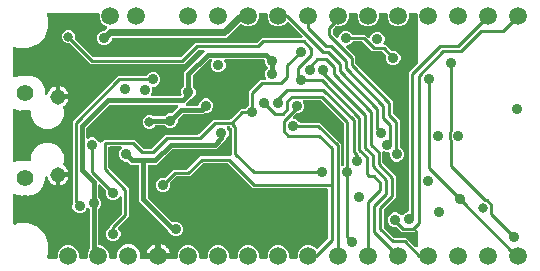
<source format=gbr>
G04 EAGLE Gerber RS-274X export*
G75*
%MOMM*%
%FSLAX34Y34*%
%LPD*%
%INCopper Layer 2*%
%IPPOS*%
%AMOC8*
5,1,8,0,0,1.08239X$1,22.5*%
G01*
%ADD10C,1.508000*%
%ADD11C,1.308000*%
%ADD12C,1.408000*%
%ADD13C,0.906400*%
%ADD14C,0.800100*%
%ADD15C,0.406400*%
%ADD16C,0.609600*%
%ADD17C,0.254000*%
%ADD18C,0.914400*%
%ADD19C,0.889000*%

G36*
X97226Y10176D02*
X97226Y10176D01*
X97345Y10183D01*
X97383Y10196D01*
X97424Y10201D01*
X97534Y10244D01*
X97647Y10281D01*
X97682Y10303D01*
X97719Y10318D01*
X97815Y10387D01*
X97916Y10451D01*
X97944Y10481D01*
X97977Y10504D01*
X98053Y10596D01*
X98134Y10683D01*
X98154Y10718D01*
X98179Y10749D01*
X98230Y10857D01*
X98288Y10961D01*
X98298Y11001D01*
X98315Y11037D01*
X98337Y11154D01*
X98367Y11269D01*
X98371Y11329D01*
X98375Y11349D01*
X98373Y11370D01*
X98377Y11430D01*
X98377Y14604D01*
X99835Y18122D01*
X102528Y20815D01*
X106046Y22273D01*
X109854Y22273D01*
X113372Y20815D01*
X116065Y18122D01*
X117523Y14604D01*
X117523Y11430D01*
X117538Y11312D01*
X117545Y11193D01*
X117558Y11155D01*
X117563Y11114D01*
X117606Y11004D01*
X117643Y10891D01*
X117665Y10856D01*
X117680Y10819D01*
X117749Y10723D01*
X117813Y10622D01*
X117843Y10594D01*
X117866Y10561D01*
X117958Y10485D01*
X118045Y10404D01*
X118080Y10384D01*
X118111Y10359D01*
X118219Y10308D01*
X118323Y10250D01*
X118363Y10240D01*
X118399Y10223D01*
X118516Y10201D01*
X118631Y10171D01*
X118691Y10167D01*
X118711Y10163D01*
X118732Y10165D01*
X118792Y10161D01*
X122060Y10161D01*
X122119Y10168D01*
X122179Y10166D01*
X122276Y10188D01*
X122375Y10201D01*
X122376Y10201D01*
X132120Y10201D01*
X132238Y10216D01*
X132357Y10223D01*
X132395Y10235D01*
X132435Y10241D01*
X132546Y10284D01*
X132659Y10321D01*
X132693Y10343D01*
X132731Y10358D01*
X132827Y10427D01*
X132928Y10491D01*
X132956Y10521D01*
X132988Y10544D01*
X133064Y10636D01*
X133146Y10723D01*
X133165Y10758D01*
X133191Y10789D01*
X133242Y10897D01*
X133299Y11001D01*
X133309Y11041D01*
X133327Y11077D01*
X133347Y11184D01*
X133351Y11154D01*
X133395Y11044D01*
X133431Y10931D01*
X133453Y10896D01*
X133468Y10859D01*
X133538Y10762D01*
X133601Y10662D01*
X133631Y10634D01*
X133655Y10601D01*
X133746Y10525D01*
X133833Y10444D01*
X133868Y10424D01*
X133900Y10399D01*
X134007Y10348D01*
X134112Y10290D01*
X134151Y10280D01*
X134187Y10263D01*
X134304Y10241D01*
X134420Y10211D01*
X134480Y10207D01*
X134500Y10203D01*
X134520Y10205D01*
X134580Y10201D01*
X144337Y10201D01*
X144362Y10192D01*
X144422Y10186D01*
X144480Y10171D01*
X144640Y10161D01*
X148416Y10161D01*
X148534Y10176D01*
X148653Y10183D01*
X148691Y10196D01*
X148732Y10201D01*
X148842Y10244D01*
X148955Y10281D01*
X148990Y10303D01*
X149027Y10318D01*
X149123Y10387D01*
X149224Y10451D01*
X149252Y10481D01*
X149285Y10504D01*
X149361Y10596D01*
X149442Y10683D01*
X149462Y10718D01*
X149487Y10749D01*
X149538Y10857D01*
X149596Y10961D01*
X149606Y11001D01*
X149623Y11037D01*
X149645Y11154D01*
X149675Y11269D01*
X149679Y11329D01*
X149683Y11349D01*
X149681Y11370D01*
X149685Y11430D01*
X149685Y14503D01*
X151065Y17835D01*
X153615Y20385D01*
X156947Y21765D01*
X160553Y21765D01*
X163885Y20385D01*
X166435Y17835D01*
X167815Y14503D01*
X167815Y11430D01*
X167830Y11312D01*
X167837Y11193D01*
X167850Y11155D01*
X167855Y11114D01*
X167898Y11004D01*
X167935Y10891D01*
X167957Y10856D01*
X167972Y10819D01*
X168041Y10723D01*
X168105Y10622D01*
X168135Y10594D01*
X168158Y10561D01*
X168250Y10485D01*
X168337Y10404D01*
X168372Y10384D01*
X168403Y10359D01*
X168511Y10308D01*
X168615Y10250D01*
X168655Y10240D01*
X168691Y10223D01*
X168808Y10201D01*
X168923Y10171D01*
X168983Y10167D01*
X169003Y10163D01*
X169024Y10165D01*
X169084Y10161D01*
X173816Y10161D01*
X173934Y10176D01*
X174053Y10183D01*
X174091Y10196D01*
X174132Y10201D01*
X174242Y10244D01*
X174355Y10281D01*
X174390Y10303D01*
X174427Y10318D01*
X174523Y10387D01*
X174624Y10451D01*
X174652Y10481D01*
X174685Y10504D01*
X174761Y10596D01*
X174842Y10683D01*
X174862Y10718D01*
X174887Y10749D01*
X174938Y10857D01*
X174996Y10961D01*
X175006Y11001D01*
X175023Y11037D01*
X175045Y11154D01*
X175075Y11269D01*
X175079Y11329D01*
X175083Y11349D01*
X175081Y11370D01*
X175085Y11430D01*
X175085Y14503D01*
X176465Y17835D01*
X179015Y20385D01*
X182347Y21765D01*
X185953Y21765D01*
X189285Y20385D01*
X191835Y17835D01*
X193215Y14503D01*
X193215Y11430D01*
X193230Y11312D01*
X193237Y11193D01*
X193250Y11155D01*
X193255Y11114D01*
X193298Y11004D01*
X193335Y10891D01*
X193357Y10856D01*
X193372Y10819D01*
X193441Y10723D01*
X193505Y10622D01*
X193535Y10594D01*
X193558Y10561D01*
X193650Y10485D01*
X193737Y10404D01*
X193772Y10384D01*
X193803Y10359D01*
X193911Y10308D01*
X194015Y10250D01*
X194055Y10240D01*
X194091Y10223D01*
X194208Y10201D01*
X194323Y10171D01*
X194383Y10167D01*
X194403Y10163D01*
X194424Y10165D01*
X194484Y10161D01*
X199216Y10161D01*
X199334Y10176D01*
X199453Y10183D01*
X199491Y10196D01*
X199532Y10201D01*
X199642Y10244D01*
X199755Y10281D01*
X199790Y10303D01*
X199827Y10318D01*
X199923Y10387D01*
X200024Y10451D01*
X200052Y10481D01*
X200085Y10504D01*
X200161Y10596D01*
X200242Y10683D01*
X200262Y10718D01*
X200287Y10749D01*
X200338Y10857D01*
X200396Y10961D01*
X200406Y11001D01*
X200423Y11037D01*
X200445Y11154D01*
X200475Y11269D01*
X200479Y11329D01*
X200483Y11349D01*
X200481Y11370D01*
X200485Y11430D01*
X200485Y14503D01*
X201865Y17835D01*
X204415Y20385D01*
X207747Y21765D01*
X211353Y21765D01*
X214685Y20385D01*
X217235Y17835D01*
X218615Y14503D01*
X218615Y11430D01*
X218630Y11312D01*
X218637Y11193D01*
X218650Y11155D01*
X218655Y11114D01*
X218698Y11004D01*
X218735Y10891D01*
X218757Y10856D01*
X218772Y10819D01*
X218841Y10723D01*
X218905Y10622D01*
X218935Y10594D01*
X218958Y10561D01*
X219050Y10485D01*
X219137Y10404D01*
X219172Y10384D01*
X219203Y10359D01*
X219311Y10308D01*
X219415Y10250D01*
X219455Y10240D01*
X219491Y10223D01*
X219608Y10201D01*
X219723Y10171D01*
X219783Y10167D01*
X219803Y10163D01*
X219824Y10165D01*
X219884Y10161D01*
X224616Y10161D01*
X224734Y10176D01*
X224853Y10183D01*
X224891Y10196D01*
X224932Y10201D01*
X225042Y10244D01*
X225155Y10281D01*
X225190Y10303D01*
X225227Y10318D01*
X225323Y10387D01*
X225424Y10451D01*
X225452Y10481D01*
X225485Y10504D01*
X225561Y10596D01*
X225642Y10683D01*
X225662Y10718D01*
X225687Y10749D01*
X225738Y10857D01*
X225796Y10961D01*
X225806Y11001D01*
X225823Y11037D01*
X225845Y11154D01*
X225875Y11269D01*
X225879Y11329D01*
X225883Y11349D01*
X225881Y11370D01*
X225885Y11430D01*
X225885Y14503D01*
X227265Y17835D01*
X229815Y20385D01*
X233147Y21765D01*
X236753Y21765D01*
X240085Y20385D01*
X242635Y17835D01*
X244015Y14503D01*
X244015Y11430D01*
X244030Y11312D01*
X244037Y11193D01*
X244050Y11155D01*
X244055Y11114D01*
X244098Y11004D01*
X244135Y10891D01*
X244157Y10856D01*
X244172Y10819D01*
X244241Y10723D01*
X244305Y10622D01*
X244335Y10594D01*
X244358Y10561D01*
X244450Y10485D01*
X244537Y10404D01*
X244572Y10384D01*
X244603Y10359D01*
X244711Y10308D01*
X244815Y10250D01*
X244855Y10240D01*
X244891Y10223D01*
X245008Y10201D01*
X245123Y10171D01*
X245183Y10167D01*
X245203Y10163D01*
X245224Y10165D01*
X245284Y10161D01*
X250016Y10161D01*
X250134Y10176D01*
X250253Y10183D01*
X250291Y10196D01*
X250332Y10201D01*
X250442Y10244D01*
X250555Y10281D01*
X250590Y10303D01*
X250627Y10318D01*
X250723Y10387D01*
X250824Y10451D01*
X250852Y10481D01*
X250885Y10504D01*
X250961Y10596D01*
X251042Y10683D01*
X251062Y10718D01*
X251087Y10749D01*
X251138Y10857D01*
X251196Y10961D01*
X251206Y11001D01*
X251223Y11037D01*
X251245Y11154D01*
X251275Y11269D01*
X251279Y11329D01*
X251283Y11349D01*
X251281Y11370D01*
X251285Y11430D01*
X251285Y14503D01*
X252665Y17835D01*
X255215Y20385D01*
X258547Y21765D01*
X262153Y21765D01*
X265485Y20385D01*
X267061Y18808D01*
X267155Y18735D01*
X267244Y18657D01*
X267280Y18638D01*
X267312Y18613D01*
X267422Y18566D01*
X267528Y18512D01*
X267567Y18503D01*
X267604Y18487D01*
X267722Y18468D01*
X267838Y18442D01*
X267878Y18444D01*
X267918Y18437D01*
X268037Y18448D01*
X268156Y18452D01*
X268195Y18463D01*
X268235Y18467D01*
X268347Y18507D01*
X268461Y18540D01*
X268496Y18561D01*
X268534Y18575D01*
X268633Y18642D01*
X268735Y18702D01*
X268780Y18742D01*
X268797Y18753D01*
X268811Y18769D01*
X268856Y18808D01*
X276869Y26821D01*
X276929Y26899D01*
X276997Y26971D01*
X277026Y27024D01*
X277063Y27072D01*
X277103Y27163D01*
X277151Y27250D01*
X277166Y27308D01*
X277190Y27364D01*
X277205Y27462D01*
X277230Y27558D01*
X277236Y27658D01*
X277240Y27678D01*
X277238Y27690D01*
X277240Y27718D01*
X277240Y68326D01*
X277225Y68444D01*
X277218Y68563D01*
X277205Y68601D01*
X277200Y68642D01*
X277157Y68752D01*
X277120Y68865D01*
X277098Y68900D01*
X277083Y68937D01*
X277014Y69033D01*
X276950Y69134D01*
X276920Y69162D01*
X276897Y69195D01*
X276805Y69271D01*
X276718Y69352D01*
X276683Y69372D01*
X276652Y69397D01*
X276544Y69448D01*
X276440Y69506D01*
X276400Y69516D01*
X276364Y69533D01*
X276247Y69555D01*
X276132Y69585D01*
X276072Y69589D01*
X276052Y69593D01*
X276031Y69591D01*
X275971Y69595D01*
X213472Y69595D01*
X192254Y90814D01*
X192176Y90874D01*
X192104Y90942D01*
X192051Y90971D01*
X192003Y91008D01*
X191912Y91048D01*
X191825Y91096D01*
X191767Y91111D01*
X191711Y91135D01*
X191613Y91150D01*
X191517Y91175D01*
X191417Y91181D01*
X191397Y91185D01*
X191385Y91183D01*
X191357Y91185D01*
X171863Y91185D01*
X171765Y91173D01*
X171666Y91170D01*
X171608Y91153D01*
X171548Y91145D01*
X171456Y91109D01*
X171361Y91081D01*
X171308Y91051D01*
X171252Y91028D01*
X171172Y90970D01*
X171087Y90920D01*
X171011Y90854D01*
X170995Y90842D01*
X170987Y90832D01*
X170966Y90814D01*
X159908Y79755D01*
X149003Y79755D01*
X148905Y79743D01*
X148806Y79740D01*
X148748Y79723D01*
X148688Y79715D01*
X148596Y79679D01*
X148501Y79651D01*
X148448Y79621D01*
X148392Y79598D01*
X148312Y79540D01*
X148227Y79490D01*
X148151Y79424D01*
X148135Y79412D01*
X148127Y79402D01*
X148106Y79384D01*
X143553Y74831D01*
X143535Y74807D01*
X143512Y74788D01*
X143437Y74681D01*
X143358Y74579D01*
X143346Y74552D01*
X143329Y74528D01*
X143283Y74406D01*
X143232Y74287D01*
X143227Y74258D01*
X143216Y74230D01*
X143202Y74102D01*
X143182Y73973D01*
X143185Y73944D01*
X143181Y73914D01*
X143199Y73786D01*
X143212Y73657D01*
X143217Y73642D01*
X143217Y71185D01*
X142295Y68959D01*
X140591Y67255D01*
X138365Y66333D01*
X135955Y66333D01*
X133729Y67255D01*
X132025Y68959D01*
X131103Y71185D01*
X131103Y73595D01*
X132025Y75821D01*
X133729Y77525D01*
X135955Y78447D01*
X138440Y78447D01*
X138524Y78424D01*
X138553Y78423D01*
X138582Y78417D01*
X138712Y78421D01*
X138842Y78419D01*
X138870Y78426D01*
X138900Y78427D01*
X139025Y78463D01*
X139151Y78493D01*
X139177Y78507D01*
X139206Y78515D01*
X139317Y78581D01*
X139432Y78641D01*
X139454Y78661D01*
X139480Y78677D01*
X139601Y78783D01*
X146162Y85345D01*
X157067Y85345D01*
X157165Y85357D01*
X157264Y85360D01*
X157322Y85377D01*
X157382Y85385D01*
X157474Y85421D01*
X157569Y85449D01*
X157622Y85479D01*
X157678Y85502D01*
X157758Y85560D01*
X157843Y85610D01*
X157919Y85676D01*
X157935Y85688D01*
X157943Y85698D01*
X157964Y85716D01*
X169022Y96775D01*
X194056Y96775D01*
X194174Y96790D01*
X194293Y96797D01*
X194331Y96810D01*
X194372Y96815D01*
X194482Y96858D01*
X194595Y96895D01*
X194630Y96917D01*
X194667Y96932D01*
X194763Y97001D01*
X194864Y97065D01*
X194892Y97095D01*
X194925Y97118D01*
X195001Y97210D01*
X195082Y97297D01*
X195102Y97332D01*
X195127Y97363D01*
X195178Y97471D01*
X195236Y97575D01*
X195246Y97615D01*
X195263Y97651D01*
X195285Y97768D01*
X195315Y97883D01*
X195319Y97943D01*
X195323Y97963D01*
X195321Y97984D01*
X195325Y98044D01*
X195325Y120237D01*
X195313Y120335D01*
X195310Y120434D01*
X195293Y120492D01*
X195285Y120552D01*
X195249Y120644D01*
X195221Y120739D01*
X195191Y120792D01*
X195168Y120848D01*
X195110Y120928D01*
X195060Y121013D01*
X194994Y121089D01*
X194982Y121105D01*
X194972Y121113D01*
X194954Y121134D01*
X194159Y121929D01*
X194081Y121989D01*
X194009Y122057D01*
X193956Y122086D01*
X193908Y122123D01*
X193817Y122163D01*
X193730Y122211D01*
X193672Y122226D01*
X193616Y122250D01*
X193518Y122265D01*
X193422Y122290D01*
X193322Y122296D01*
X193302Y122300D01*
X193290Y122298D01*
X193262Y122300D01*
X192296Y122300D01*
X192158Y122283D01*
X192020Y122270D01*
X192001Y122263D01*
X191981Y122260D01*
X191851Y122209D01*
X191721Y122162D01*
X191704Y122151D01*
X191685Y122143D01*
X191573Y122062D01*
X191458Y121984D01*
X191444Y121968D01*
X191428Y121957D01*
X191339Y121849D01*
X191247Y121745D01*
X191238Y121727D01*
X191225Y121712D01*
X191166Y121586D01*
X191103Y121462D01*
X191098Y121442D01*
X191090Y121424D01*
X191064Y121288D01*
X191033Y121152D01*
X191034Y121131D01*
X191030Y121112D01*
X191038Y120973D01*
X191043Y120834D01*
X191048Y120814D01*
X191050Y120794D01*
X191092Y120662D01*
X191131Y120528D01*
X191141Y120511D01*
X191148Y120492D01*
X191222Y120374D01*
X191293Y120254D01*
X191311Y120233D01*
X191318Y120223D01*
X191333Y120209D01*
X191399Y120133D01*
X191825Y119708D01*
X192747Y117482D01*
X192747Y115072D01*
X191825Y112846D01*
X190618Y111640D01*
X190558Y111562D01*
X190490Y111490D01*
X190461Y111437D01*
X190424Y111389D01*
X190384Y111298D01*
X190336Y111211D01*
X190321Y111153D01*
X190297Y111097D01*
X190282Y110999D01*
X190267Y110942D01*
X182448Y103123D01*
X146144Y103123D01*
X146046Y103111D01*
X145947Y103108D01*
X145889Y103091D01*
X145828Y103083D01*
X145736Y103047D01*
X145641Y103019D01*
X145589Y102989D01*
X145533Y102966D01*
X145453Y102908D01*
X145367Y102858D01*
X145292Y102792D01*
X145275Y102780D01*
X145268Y102770D01*
X145246Y102752D01*
X132283Y89788D01*
X125476Y89788D01*
X125358Y89773D01*
X125239Y89766D01*
X125201Y89753D01*
X125160Y89748D01*
X125050Y89705D01*
X124937Y89668D01*
X124902Y89646D01*
X124865Y89631D01*
X124769Y89562D01*
X124668Y89498D01*
X124640Y89468D01*
X124607Y89445D01*
X124531Y89353D01*
X124450Y89266D01*
X124430Y89231D01*
X124405Y89200D01*
X124354Y89092D01*
X124296Y88988D01*
X124286Y88948D01*
X124269Y88912D01*
X124247Y88795D01*
X124217Y88680D01*
X124213Y88620D01*
X124209Y88600D01*
X124211Y88579D01*
X124207Y88519D01*
X124207Y62324D01*
X124219Y62226D01*
X124222Y62127D01*
X124239Y62069D01*
X124247Y62008D01*
X124283Y61916D01*
X124311Y61821D01*
X124341Y61769D01*
X124364Y61713D01*
X124422Y61633D01*
X124472Y61547D01*
X124538Y61472D01*
X124550Y61455D01*
X124560Y61448D01*
X124578Y61426D01*
X144840Y41165D01*
X144863Y41147D01*
X144882Y41125D01*
X144988Y41050D01*
X145091Y40970D01*
X145118Y40959D01*
X145142Y40942D01*
X145263Y40896D01*
X145383Y40844D01*
X145412Y40839D01*
X145439Y40829D01*
X145568Y40815D01*
X145697Y40794D01*
X145726Y40797D01*
X145756Y40794D01*
X145884Y40812D01*
X146013Y40824D01*
X146041Y40834D01*
X146070Y40838D01*
X146223Y40890D01*
X146750Y41109D01*
X149160Y41109D01*
X151386Y40187D01*
X153090Y38483D01*
X154012Y36257D01*
X154012Y33847D01*
X153090Y31621D01*
X151386Y29917D01*
X149160Y28995D01*
X146750Y28995D01*
X144524Y29917D01*
X142820Y31621D01*
X141854Y33955D01*
X141849Y33963D01*
X141847Y33972D01*
X141770Y34101D01*
X141696Y34231D01*
X141690Y34237D01*
X141685Y34246D01*
X141579Y34366D01*
X117093Y58852D01*
X117093Y88519D01*
X117078Y88637D01*
X117071Y88756D01*
X117058Y88794D01*
X117053Y88835D01*
X117010Y88945D01*
X116973Y89058D01*
X116951Y89093D01*
X116936Y89130D01*
X116867Y89226D01*
X116803Y89327D01*
X116773Y89355D01*
X116750Y89388D01*
X116658Y89464D01*
X116571Y89545D01*
X116536Y89565D01*
X116505Y89590D01*
X116397Y89641D01*
X116293Y89699D01*
X116253Y89709D01*
X116217Y89726D01*
X116100Y89748D01*
X115985Y89778D01*
X115925Y89782D01*
X115905Y89786D01*
X115884Y89784D01*
X115824Y89788D01*
X109652Y89788D01*
X107444Y91997D01*
X107365Y92057D01*
X107293Y92125D01*
X107240Y92154D01*
X107192Y92191D01*
X107101Y92231D01*
X107015Y92279D01*
X106956Y92294D01*
X106900Y92318D01*
X106802Y92333D01*
X106707Y92358D01*
X106607Y92364D01*
X106586Y92368D01*
X106574Y92366D01*
X106546Y92368D01*
X104840Y92368D01*
X102614Y93290D01*
X100910Y94994D01*
X99988Y97220D01*
X99988Y99630D01*
X100910Y101856D01*
X102043Y102989D01*
X102128Y103098D01*
X102217Y103205D01*
X102226Y103224D01*
X102238Y103240D01*
X102293Y103367D01*
X102352Y103493D01*
X102356Y103513D01*
X102364Y103532D01*
X102386Y103670D01*
X102412Y103806D01*
X102411Y103826D01*
X102414Y103846D01*
X102401Y103985D01*
X102392Y104123D01*
X102386Y104142D01*
X102384Y104162D01*
X102337Y104294D01*
X102294Y104425D01*
X102284Y104443D01*
X102277Y104462D01*
X102199Y104577D01*
X102124Y104694D01*
X102110Y104708D01*
X102098Y104725D01*
X101994Y104817D01*
X101893Y104912D01*
X101875Y104922D01*
X101860Y104935D01*
X101736Y104999D01*
X101614Y105066D01*
X101595Y105071D01*
X101577Y105080D01*
X101441Y105110D01*
X101306Y105145D01*
X101278Y105147D01*
X101266Y105150D01*
X101246Y105149D01*
X101146Y105155D01*
X92329Y105155D01*
X92211Y105140D01*
X92092Y105133D01*
X92054Y105120D01*
X92013Y105115D01*
X91903Y105072D01*
X91790Y105035D01*
X91755Y105013D01*
X91718Y104998D01*
X91622Y104929D01*
X91521Y104865D01*
X91493Y104835D01*
X91460Y104812D01*
X91384Y104720D01*
X91303Y104633D01*
X91283Y104598D01*
X91258Y104567D01*
X91207Y104459D01*
X91149Y104355D01*
X91139Y104315D01*
X91122Y104279D01*
X91100Y104162D01*
X91070Y104047D01*
X91066Y103987D01*
X91062Y103967D01*
X91064Y103946D01*
X91060Y103886D01*
X91060Y87408D01*
X91072Y87310D01*
X91075Y87211D01*
X91092Y87153D01*
X91100Y87093D01*
X91136Y87001D01*
X91164Y86906D01*
X91194Y86853D01*
X91217Y86797D01*
X91275Y86717D01*
X91325Y86632D01*
X91391Y86556D01*
X91403Y86540D01*
X91413Y86532D01*
X91431Y86511D01*
X108205Y69738D01*
X108205Y45832D01*
X106196Y43824D01*
X99549Y37177D01*
X99476Y37082D01*
X99397Y36993D01*
X99379Y36957D01*
X99354Y36925D01*
X99307Y36816D01*
X99253Y36710D01*
X99244Y36671D01*
X99228Y36633D01*
X99209Y36516D01*
X99183Y36400D01*
X99184Y36359D01*
X99178Y36319D01*
X99189Y36201D01*
X99193Y36082D01*
X99204Y36043D01*
X99208Y36003D01*
X99248Y35891D01*
X99281Y35776D01*
X99301Y35742D01*
X99315Y35703D01*
X99382Y35605D01*
X99443Y35502D01*
X99482Y35457D01*
X99494Y35440D01*
X99509Y35427D01*
X99549Y35382D01*
X100385Y34546D01*
X101307Y32320D01*
X101307Y29910D01*
X100385Y27684D01*
X98681Y25980D01*
X96455Y25058D01*
X94045Y25058D01*
X91819Y25980D01*
X90115Y27684D01*
X89193Y29910D01*
X89193Y32320D01*
X90115Y34546D01*
X91873Y36303D01*
X91948Y36346D01*
X91969Y36367D01*
X91994Y36382D01*
X92083Y36477D01*
X92176Y36567D01*
X92192Y36593D01*
X92212Y36614D01*
X92275Y36728D01*
X92343Y36839D01*
X92351Y36867D01*
X92366Y36893D01*
X92398Y37018D01*
X92436Y37143D01*
X92438Y37172D01*
X92445Y37201D01*
X92455Y37361D01*
X92455Y37988D01*
X102244Y47776D01*
X102304Y47854D01*
X102372Y47926D01*
X102401Y47979D01*
X102438Y48027D01*
X102478Y48118D01*
X102526Y48205D01*
X102541Y48263D01*
X102565Y48319D01*
X102580Y48417D01*
X102605Y48513D01*
X102611Y48613D01*
X102615Y48633D01*
X102613Y48645D01*
X102615Y48673D01*
X102615Y61776D01*
X102598Y61913D01*
X102585Y62052D01*
X102578Y62071D01*
X102575Y62091D01*
X102524Y62220D01*
X102477Y62351D01*
X102466Y62368D01*
X102458Y62387D01*
X102377Y62499D01*
X102299Y62614D01*
X102283Y62628D01*
X102272Y62644D01*
X102164Y62733D01*
X102060Y62825D01*
X102042Y62834D01*
X102027Y62847D01*
X101901Y62906D01*
X101777Y62969D01*
X101757Y62974D01*
X101739Y62982D01*
X101602Y63009D01*
X101467Y63039D01*
X101446Y63038D01*
X101427Y63042D01*
X101288Y63034D01*
X101149Y63029D01*
X101129Y63024D01*
X101109Y63022D01*
X100977Y62980D01*
X100843Y62941D01*
X100826Y62931D01*
X100807Y62924D01*
X100689Y62850D01*
X100569Y62779D01*
X100548Y62761D01*
X100538Y62754D01*
X100524Y62739D01*
X100449Y62673D01*
X98681Y60905D01*
X96455Y59983D01*
X94045Y59983D01*
X91819Y60905D01*
X90115Y62609D01*
X89193Y64835D01*
X89193Y67320D01*
X89216Y67404D01*
X89217Y67434D01*
X89223Y67462D01*
X89219Y67592D01*
X89221Y67722D01*
X89214Y67751D01*
X89213Y67780D01*
X89177Y67905D01*
X89147Y68031D01*
X89133Y68057D01*
X89125Y68086D01*
X89059Y68198D01*
X88998Y68312D01*
X88979Y68334D01*
X88963Y68360D01*
X88857Y68481D01*
X84463Y72874D01*
X84354Y72959D01*
X84247Y73048D01*
X84228Y73057D01*
X84212Y73069D01*
X84084Y73125D01*
X83959Y73184D01*
X83939Y73187D01*
X83920Y73195D01*
X83782Y73217D01*
X83646Y73243D01*
X83626Y73242D01*
X83606Y73245D01*
X83467Y73232D01*
X83329Y73224D01*
X83310Y73217D01*
X83290Y73216D01*
X83158Y73168D01*
X83027Y73126D01*
X83009Y73115D01*
X82990Y73108D01*
X82875Y73030D01*
X82758Y72955D01*
X82744Y72941D01*
X82727Y72929D01*
X82635Y72825D01*
X82540Y72724D01*
X82530Y72706D01*
X82517Y72691D01*
X82453Y72567D01*
X82386Y72445D01*
X82381Y72426D01*
X82372Y72408D01*
X82342Y72272D01*
X82307Y72137D01*
X82305Y72109D01*
X82302Y72097D01*
X82303Y72077D01*
X82297Y71977D01*
X82297Y62684D01*
X82309Y62586D01*
X82312Y62487D01*
X82329Y62429D01*
X82337Y62369D01*
X82373Y62277D01*
X82401Y62182D01*
X82431Y62130D01*
X82454Y62073D01*
X82512Y61993D01*
X82562Y61908D01*
X82628Y61833D01*
X82640Y61816D01*
X82650Y61808D01*
X82668Y61787D01*
X83875Y60581D01*
X84797Y58355D01*
X84797Y55945D01*
X83875Y53719D01*
X82668Y52513D01*
X82608Y52435D01*
X82540Y52363D01*
X82511Y52310D01*
X82474Y52262D01*
X82434Y52171D01*
X82386Y52084D01*
X82371Y52026D01*
X82347Y51970D01*
X82332Y51872D01*
X82307Y51776D01*
X82301Y51676D01*
X82297Y51656D01*
X82299Y51644D01*
X82297Y51616D01*
X82297Y23034D01*
X82312Y22916D01*
X82319Y22797D01*
X82332Y22759D01*
X82337Y22718D01*
X82380Y22608D01*
X82417Y22495D01*
X82439Y22460D01*
X82454Y22423D01*
X82523Y22327D01*
X82587Y22226D01*
X82617Y22198D01*
X82640Y22165D01*
X82732Y22089D01*
X82819Y22008D01*
X82854Y21988D01*
X82885Y21963D01*
X82993Y21912D01*
X83097Y21854D01*
X83137Y21844D01*
X83173Y21827D01*
X83290Y21805D01*
X83405Y21775D01*
X83465Y21771D01*
X83485Y21767D01*
X83506Y21769D01*
X83566Y21765D01*
X84353Y21765D01*
X87685Y20385D01*
X90235Y17835D01*
X91615Y14503D01*
X91615Y11430D01*
X91630Y11312D01*
X91637Y11193D01*
X91650Y11155D01*
X91655Y11114D01*
X91698Y11004D01*
X91735Y10891D01*
X91757Y10856D01*
X91772Y10819D01*
X91841Y10723D01*
X91905Y10622D01*
X91935Y10594D01*
X91958Y10561D01*
X92050Y10485D01*
X92137Y10404D01*
X92172Y10384D01*
X92203Y10359D01*
X92311Y10308D01*
X92415Y10250D01*
X92455Y10240D01*
X92491Y10223D01*
X92608Y10201D01*
X92723Y10171D01*
X92783Y10167D01*
X92803Y10163D01*
X92824Y10165D01*
X92884Y10161D01*
X97108Y10161D01*
X97226Y10176D01*
G37*
G36*
X46934Y10176D02*
X46934Y10176D01*
X47053Y10183D01*
X47091Y10196D01*
X47132Y10201D01*
X47242Y10244D01*
X47355Y10281D01*
X47390Y10303D01*
X47427Y10318D01*
X47523Y10387D01*
X47624Y10451D01*
X47652Y10481D01*
X47685Y10504D01*
X47761Y10596D01*
X47842Y10683D01*
X47862Y10718D01*
X47887Y10749D01*
X47938Y10857D01*
X47996Y10961D01*
X48006Y11001D01*
X48023Y11037D01*
X48045Y11154D01*
X48075Y11269D01*
X48079Y11329D01*
X48083Y11349D01*
X48081Y11370D01*
X48085Y11430D01*
X48085Y14503D01*
X49465Y17835D01*
X52015Y20385D01*
X55347Y21765D01*
X58953Y21765D01*
X62285Y20385D01*
X64835Y17835D01*
X66215Y14503D01*
X66215Y11430D01*
X66230Y11312D01*
X66237Y11193D01*
X66250Y11155D01*
X66255Y11114D01*
X66298Y11004D01*
X66335Y10891D01*
X66357Y10856D01*
X66372Y10819D01*
X66441Y10723D01*
X66505Y10622D01*
X66535Y10594D01*
X66558Y10561D01*
X66650Y10485D01*
X66737Y10404D01*
X66772Y10384D01*
X66803Y10359D01*
X66911Y10308D01*
X67015Y10250D01*
X67055Y10240D01*
X67091Y10223D01*
X67208Y10201D01*
X67323Y10171D01*
X67383Y10167D01*
X67403Y10163D01*
X67424Y10165D01*
X67484Y10161D01*
X72216Y10161D01*
X72334Y10176D01*
X72453Y10183D01*
X72491Y10196D01*
X72532Y10201D01*
X72642Y10244D01*
X72755Y10281D01*
X72790Y10303D01*
X72827Y10318D01*
X72923Y10387D01*
X73024Y10451D01*
X73052Y10481D01*
X73085Y10504D01*
X73161Y10596D01*
X73242Y10683D01*
X73262Y10718D01*
X73287Y10749D01*
X73338Y10857D01*
X73396Y10961D01*
X73406Y11001D01*
X73423Y11037D01*
X73445Y11154D01*
X73475Y11269D01*
X73479Y11329D01*
X73483Y11349D01*
X73481Y11370D01*
X73485Y11430D01*
X73485Y14503D01*
X74878Y17865D01*
X74940Y17931D01*
X74969Y17984D01*
X75006Y18032D01*
X75046Y18123D01*
X75094Y18210D01*
X75109Y18268D01*
X75133Y18324D01*
X75148Y18422D01*
X75173Y18518D01*
X75179Y18618D01*
X75183Y18638D01*
X75181Y18650D01*
X75183Y18678D01*
X75183Y51616D01*
X75171Y51714D01*
X75168Y51813D01*
X75151Y51871D01*
X75143Y51931D01*
X75107Y52023D01*
X75079Y52118D01*
X75049Y52170D01*
X75026Y52227D01*
X74968Y52307D01*
X74918Y52392D01*
X74852Y52468D01*
X74840Y52484D01*
X74830Y52492D01*
X74812Y52513D01*
X74423Y52902D01*
X74383Y52932D01*
X74350Y52969D01*
X74258Y53029D01*
X74171Y53097D01*
X74126Y53117D01*
X74084Y53144D01*
X73981Y53179D01*
X73880Y53223D01*
X73830Y53231D01*
X73784Y53247D01*
X73674Y53256D01*
X73566Y53273D01*
X73516Y53268D01*
X73466Y53272D01*
X73358Y53253D01*
X73249Y53243D01*
X73202Y53226D01*
X73153Y53218D01*
X73053Y53173D01*
X72950Y53136D01*
X72909Y53108D01*
X72863Y53087D01*
X72777Y53019D01*
X72686Y52957D01*
X72654Y52920D01*
X72615Y52889D01*
X72549Y52801D01*
X72476Y52718D01*
X72453Y52674D01*
X72424Y52635D01*
X72353Y52490D01*
X71810Y51179D01*
X70106Y49475D01*
X67880Y48553D01*
X65470Y48553D01*
X63244Y49475D01*
X61540Y51179D01*
X60618Y53405D01*
X60618Y55815D01*
X60649Y55888D01*
X60651Y55897D01*
X60656Y55905D01*
X60693Y56050D01*
X60733Y56195D01*
X60733Y56204D01*
X60735Y56213D01*
X60745Y56374D01*
X60745Y126420D01*
X99045Y164720D01*
X122659Y164720D01*
X122688Y164723D01*
X122717Y164721D01*
X122845Y164743D01*
X122974Y164760D01*
X123002Y164770D01*
X123031Y164775D01*
X123149Y164829D01*
X123270Y164877D01*
X123294Y164894D01*
X123321Y164906D01*
X123422Y164987D01*
X123527Y165063D01*
X123546Y165086D01*
X123569Y165105D01*
X123647Y165208D01*
X123730Y165308D01*
X123737Y165322D01*
X125474Y167060D01*
X127700Y167982D01*
X130110Y167982D01*
X132336Y167060D01*
X134040Y165356D01*
X134962Y163130D01*
X134962Y160720D01*
X134040Y158494D01*
X132336Y156790D01*
X130110Y155868D01*
X129294Y155868D01*
X129245Y155862D01*
X129195Y155864D01*
X129087Y155842D01*
X128978Y155828D01*
X128932Y155810D01*
X128884Y155800D01*
X128785Y155752D01*
X128683Y155711D01*
X128643Y155682D01*
X128598Y155660D01*
X128514Y155589D01*
X128425Y155525D01*
X128394Y155486D01*
X128356Y155454D01*
X128293Y155364D01*
X128223Y155280D01*
X128201Y155235D01*
X128173Y155194D01*
X128134Y155091D01*
X128087Y154992D01*
X128078Y154943D01*
X128060Y154897D01*
X128048Y154787D01*
X128027Y154680D01*
X128030Y154630D01*
X128025Y154580D01*
X128040Y154471D01*
X128047Y154362D01*
X128062Y154315D01*
X128069Y154266D01*
X128121Y154113D01*
X128191Y153946D01*
X128191Y151536D01*
X127329Y149457D01*
X127316Y149409D01*
X127295Y149364D01*
X127274Y149256D01*
X127245Y149150D01*
X127245Y149100D01*
X127235Y149051D01*
X127242Y148942D01*
X127240Y148832D01*
X127252Y148784D01*
X127255Y148734D01*
X127289Y148630D01*
X127315Y148523D01*
X127338Y148479D01*
X127353Y148432D01*
X127412Y148339D01*
X127463Y148242D01*
X127497Y148205D01*
X127523Y148163D01*
X127603Y148088D01*
X127677Y148006D01*
X127719Y147979D01*
X127755Y147945D01*
X127851Y147892D01*
X127943Y147832D01*
X127990Y147815D01*
X128033Y147791D01*
X128140Y147764D01*
X128244Y147728D01*
X128293Y147724D01*
X128341Y147712D01*
X128502Y147702D01*
X151715Y147702D01*
X151764Y147708D01*
X151814Y147706D01*
X151921Y147728D01*
X152030Y147742D01*
X152077Y147760D01*
X152125Y147770D01*
X152224Y147818D01*
X152326Y147859D01*
X152366Y147888D01*
X152411Y147910D01*
X152494Y147981D01*
X152583Y148045D01*
X152615Y148084D01*
X152653Y148116D01*
X152716Y148206D01*
X152786Y148290D01*
X152807Y148335D01*
X152836Y148376D01*
X152875Y148479D01*
X152922Y148578D01*
X152931Y148627D01*
X152949Y148673D01*
X152961Y148783D01*
X152981Y148890D01*
X152978Y148940D01*
X152984Y148989D01*
X152968Y149098D01*
X152962Y149208D01*
X152946Y149255D01*
X152939Y149304D01*
X152887Y149457D01*
X152693Y149925D01*
X152693Y152335D01*
X153615Y154561D01*
X154822Y155767D01*
X154882Y155845D01*
X154950Y155917D01*
X154979Y155970D01*
X155016Y156018D01*
X155056Y156109D01*
X155104Y156196D01*
X155119Y156254D01*
X155143Y156310D01*
X155158Y156408D01*
X155183Y156504D01*
X155189Y156604D01*
X155193Y156624D01*
X155191Y156637D01*
X155193Y156665D01*
X155193Y167843D01*
X172254Y184904D01*
X172339Y185013D01*
X172427Y185120D01*
X172436Y185139D01*
X172449Y185155D01*
X172504Y185283D01*
X172563Y185408D01*
X172567Y185428D01*
X172575Y185447D01*
X172597Y185585D01*
X172623Y185721D01*
X172622Y185741D01*
X172625Y185761D01*
X172612Y185900D01*
X172603Y186038D01*
X172597Y186057D01*
X172595Y186077D01*
X172548Y186209D01*
X172505Y186340D01*
X172494Y186358D01*
X172487Y186377D01*
X172409Y186492D01*
X172335Y186609D01*
X172320Y186623D01*
X172309Y186640D01*
X172205Y186732D01*
X172103Y186827D01*
X172085Y186837D01*
X172070Y186850D01*
X171947Y186913D01*
X171825Y186981D01*
X171805Y186986D01*
X171787Y186995D01*
X171651Y187025D01*
X171517Y187060D01*
X171489Y187062D01*
X171477Y187065D01*
X171456Y187064D01*
X171356Y187070D01*
X167418Y187070D01*
X167320Y187058D01*
X167221Y187055D01*
X167163Y187038D01*
X167103Y187030D01*
X167011Y186994D01*
X166916Y186966D01*
X166863Y186936D01*
X166807Y186913D01*
X166727Y186855D01*
X166642Y186805D01*
X166566Y186739D01*
X166550Y186727D01*
X166542Y186717D01*
X166521Y186699D01*
X156836Y177014D01*
X154828Y175005D01*
X76312Y175005D01*
X59095Y192223D01*
X59016Y192284D01*
X58944Y192352D01*
X58891Y192381D01*
X58843Y192418D01*
X58752Y192457D01*
X58666Y192505D01*
X58607Y192520D01*
X58552Y192544D01*
X58454Y192560D01*
X58358Y192585D01*
X58258Y192591D01*
X58237Y192594D01*
X58225Y192593D01*
X58197Y192595D01*
X56051Y192595D01*
X54020Y193436D01*
X52466Y194990D01*
X51625Y197021D01*
X51625Y199219D01*
X52466Y201250D01*
X54020Y202804D01*
X56051Y203645D01*
X58249Y203645D01*
X60280Y202804D01*
X61834Y201250D01*
X62675Y199219D01*
X62675Y197073D01*
X62688Y196975D01*
X62691Y196876D01*
X62707Y196817D01*
X62715Y196757D01*
X62752Y196665D01*
X62779Y196570D01*
X62810Y196518D01*
X62832Y196462D01*
X62890Y196382D01*
X62941Y196296D01*
X63007Y196221D01*
X63019Y196204D01*
X63028Y196197D01*
X63047Y196175D01*
X78256Y180966D01*
X78334Y180906D01*
X78406Y180838D01*
X78459Y180809D01*
X78507Y180772D01*
X78598Y180732D01*
X78685Y180684D01*
X78743Y180669D01*
X78799Y180645D01*
X78897Y180630D01*
X78993Y180605D01*
X79093Y180599D01*
X79113Y180595D01*
X79125Y180597D01*
X79153Y180595D01*
X151987Y180595D01*
X152085Y180607D01*
X152184Y180610D01*
X152242Y180627D01*
X152302Y180635D01*
X152394Y180671D01*
X152489Y180699D01*
X152542Y180729D01*
X152598Y180752D01*
X152678Y180810D01*
X152763Y180860D01*
X152839Y180926D01*
X152855Y180938D01*
X152863Y180948D01*
X152884Y180966D01*
X162569Y190651D01*
X164577Y192660D01*
X216122Y192660D01*
X216220Y192672D01*
X216319Y192675D01*
X216377Y192692D01*
X216437Y192700D01*
X216529Y192736D01*
X216624Y192764D01*
X216677Y192794D01*
X216733Y192817D01*
X216813Y192875D01*
X216898Y192925D01*
X216974Y192991D01*
X216990Y193003D01*
X216998Y193013D01*
X217019Y193031D01*
X221092Y197105D01*
X254349Y197105D01*
X254486Y197122D01*
X254625Y197135D01*
X254644Y197142D01*
X254664Y197145D01*
X254793Y197196D01*
X254924Y197243D01*
X254941Y197254D01*
X254960Y197262D01*
X255072Y197343D01*
X255187Y197421D01*
X255201Y197437D01*
X255217Y197448D01*
X255306Y197556D01*
X255398Y197660D01*
X255407Y197678D01*
X255420Y197693D01*
X255479Y197819D01*
X255543Y197943D01*
X255547Y197963D01*
X255556Y197981D01*
X255582Y198117D01*
X255612Y198253D01*
X255612Y198274D01*
X255615Y198293D01*
X255607Y198432D01*
X255603Y198571D01*
X255597Y198591D01*
X255596Y198611D01*
X255553Y198743D01*
X255514Y198877D01*
X255504Y198894D01*
X255498Y198913D01*
X255423Y199031D01*
X255353Y199151D01*
X255334Y199172D01*
X255327Y199182D01*
X255312Y199196D01*
X255246Y199271D01*
X244091Y210427D01*
X243997Y210500D01*
X243908Y210578D01*
X243872Y210597D01*
X243840Y210622D01*
X243730Y210669D01*
X243624Y210723D01*
X243585Y210732D01*
X243548Y210748D01*
X243430Y210767D01*
X243314Y210793D01*
X243274Y210791D01*
X243234Y210798D01*
X243115Y210787D01*
X242996Y210783D01*
X242957Y210772D01*
X242917Y210768D01*
X242805Y210728D01*
X242691Y210695D01*
X242656Y210674D01*
X242618Y210660D01*
X242519Y210593D01*
X242417Y210533D01*
X242372Y210493D01*
X242355Y210482D01*
X242341Y210466D01*
X242296Y210427D01*
X240085Y208215D01*
X236753Y206835D01*
X233147Y206835D01*
X229815Y208215D01*
X227265Y210765D01*
X225885Y214097D01*
X225885Y217170D01*
X225870Y217288D01*
X225863Y217407D01*
X225850Y217445D01*
X225845Y217486D01*
X225802Y217596D01*
X225765Y217709D01*
X225743Y217744D01*
X225728Y217781D01*
X225659Y217877D01*
X225595Y217978D01*
X225565Y218006D01*
X225542Y218039D01*
X225450Y218115D01*
X225363Y218196D01*
X225328Y218216D01*
X225297Y218241D01*
X225189Y218292D01*
X225085Y218350D01*
X225045Y218360D01*
X225009Y218377D01*
X224892Y218399D01*
X224777Y218429D01*
X224717Y218433D01*
X224697Y218437D01*
X224676Y218435D01*
X224616Y218439D01*
X219884Y218439D01*
X219766Y218424D01*
X219647Y218417D01*
X219609Y218404D01*
X219568Y218399D01*
X219458Y218356D01*
X219345Y218319D01*
X219310Y218297D01*
X219273Y218282D01*
X219177Y218213D01*
X219076Y218149D01*
X219048Y218119D01*
X219015Y218096D01*
X218939Y218004D01*
X218858Y217917D01*
X218838Y217882D01*
X218813Y217851D01*
X218762Y217743D01*
X218704Y217639D01*
X218694Y217599D01*
X218677Y217563D01*
X218655Y217446D01*
X218625Y217331D01*
X218621Y217271D01*
X218617Y217251D01*
X218619Y217230D01*
X218615Y217170D01*
X218615Y214097D01*
X217235Y210765D01*
X214685Y208215D01*
X211353Y206835D01*
X207747Y206835D01*
X204415Y208215D01*
X204096Y208534D01*
X204002Y208607D01*
X203913Y208686D01*
X203877Y208705D01*
X203845Y208729D01*
X203736Y208777D01*
X203630Y208831D01*
X203590Y208840D01*
X203553Y208856D01*
X203435Y208874D01*
X203319Y208900D01*
X203279Y208899D01*
X203239Y208906D01*
X203120Y208894D01*
X203001Y208891D01*
X202963Y208879D01*
X202922Y208876D01*
X202810Y208835D01*
X202696Y208802D01*
X202661Y208782D01*
X202623Y208768D01*
X202525Y208701D01*
X202422Y208641D01*
X202377Y208601D01*
X202360Y208590D01*
X202346Y208574D01*
X202301Y208534D01*
X191124Y197357D01*
X95130Y197357D01*
X95032Y197345D01*
X94933Y197342D01*
X94874Y197325D01*
X94814Y197317D01*
X94722Y197281D01*
X94627Y197253D01*
X94575Y197223D01*
X94519Y197200D01*
X94439Y197142D01*
X94353Y197092D01*
X94278Y197026D01*
X94261Y197014D01*
X94253Y197004D01*
X94232Y196986D01*
X94058Y196812D01*
X93998Y196733D01*
X93930Y196661D01*
X93901Y196608D01*
X93864Y196560D01*
X93824Y196469D01*
X93776Y196383D01*
X93761Y196324D01*
X93737Y196269D01*
X93722Y196171D01*
X93697Y196075D01*
X93691Y195975D01*
X93687Y195954D01*
X93689Y195942D01*
X93687Y195914D01*
X93687Y195645D01*
X92765Y193419D01*
X91061Y191715D01*
X88835Y190793D01*
X86425Y190793D01*
X84199Y191715D01*
X82495Y193419D01*
X81573Y195645D01*
X81573Y198055D01*
X82495Y200281D01*
X84199Y201985D01*
X86425Y202907D01*
X86694Y202907D01*
X86792Y202919D01*
X86891Y202922D01*
X86950Y202939D01*
X87010Y202947D01*
X87102Y202983D01*
X87197Y203011D01*
X87249Y203041D01*
X87305Y203064D01*
X87385Y203122D01*
X87471Y203172D01*
X87546Y203238D01*
X87563Y203250D01*
X87571Y203260D01*
X87592Y203278D01*
X89735Y205421D01*
X89765Y205461D01*
X89802Y205494D01*
X89862Y205586D01*
X89929Y205673D01*
X89949Y205718D01*
X89976Y205760D01*
X90012Y205864D01*
X90056Y205964D01*
X90064Y206014D01*
X90080Y206061D01*
X90088Y206170D01*
X90106Y206279D01*
X90101Y206328D01*
X90105Y206378D01*
X90086Y206486D01*
X90076Y206595D01*
X90059Y206642D01*
X90051Y206691D01*
X90005Y206791D01*
X89968Y206894D01*
X89940Y206936D01*
X89920Y206981D01*
X89851Y207067D01*
X89790Y207158D01*
X89752Y207190D01*
X89721Y207229D01*
X89633Y207295D01*
X89551Y207368D01*
X89507Y207391D01*
X89467Y207421D01*
X89323Y207491D01*
X87575Y208215D01*
X85025Y210765D01*
X83645Y214097D01*
X83645Y217170D01*
X83630Y217288D01*
X83623Y217407D01*
X83610Y217445D01*
X83605Y217486D01*
X83562Y217596D01*
X83525Y217709D01*
X83503Y217744D01*
X83488Y217781D01*
X83419Y217877D01*
X83355Y217978D01*
X83325Y218006D01*
X83302Y218039D01*
X83210Y218115D01*
X83123Y218196D01*
X83088Y218216D01*
X83057Y218241D01*
X82949Y218292D01*
X82845Y218350D01*
X82805Y218360D01*
X82769Y218377D01*
X82652Y218399D01*
X82537Y218429D01*
X82477Y218433D01*
X82457Y218437D01*
X82436Y218435D01*
X82376Y218439D01*
X40172Y218439D01*
X40122Y218433D01*
X40073Y218435D01*
X39965Y218413D01*
X39856Y218399D01*
X39810Y218381D01*
X39761Y218371D01*
X39663Y218323D01*
X39560Y218282D01*
X39520Y218253D01*
X39476Y218231D01*
X39392Y218160D01*
X39303Y218096D01*
X39271Y218057D01*
X39234Y218025D01*
X39170Y217935D01*
X39100Y217851D01*
X39079Y217806D01*
X39051Y217765D01*
X39012Y217662D01*
X38965Y217563D01*
X38955Y217514D01*
X38938Y217468D01*
X38926Y217358D01*
X38905Y217251D01*
X38908Y217201D01*
X38903Y217152D01*
X38918Y217043D01*
X38925Y216933D01*
X38940Y216886D01*
X38947Y216837D01*
X38999Y216684D01*
X40211Y213759D01*
X40211Y205341D01*
X36989Y197563D01*
X31037Y191611D01*
X23259Y188389D01*
X14841Y188389D01*
X11916Y189601D01*
X11868Y189614D01*
X11823Y189635D01*
X11715Y189656D01*
X11609Y189685D01*
X11559Y189686D01*
X11510Y189695D01*
X11401Y189688D01*
X11291Y189690D01*
X11243Y189678D01*
X11193Y189675D01*
X11089Y189641D01*
X10982Y189616D01*
X10938Y189593D01*
X10891Y189577D01*
X10798Y189518D01*
X10701Y189467D01*
X10664Y189434D01*
X10622Y189407D01*
X10547Y189327D01*
X10465Y189253D01*
X10438Y189212D01*
X10404Y189175D01*
X10351Y189079D01*
X10291Y188987D01*
X10274Y188940D01*
X10250Y188897D01*
X10223Y188791D01*
X10187Y188687D01*
X10183Y188637D01*
X10171Y188589D01*
X10161Y188428D01*
X10161Y164990D01*
X10162Y164983D01*
X10161Y164975D01*
X10178Y164849D01*
X10183Y164772D01*
X10192Y164746D01*
X10201Y164674D01*
X10203Y164668D01*
X10204Y164660D01*
X10262Y164519D01*
X10279Y164476D01*
X10281Y164470D01*
X10282Y164468D01*
X10318Y164379D01*
X10322Y164373D01*
X10325Y164366D01*
X10416Y164243D01*
X10504Y164121D01*
X10510Y164117D01*
X10514Y164111D01*
X10632Y164016D01*
X10749Y163919D01*
X10756Y163915D01*
X10762Y163911D01*
X10901Y163847D01*
X11037Y163783D01*
X11044Y163782D01*
X11051Y163779D01*
X11202Y163752D01*
X11349Y163723D01*
X11357Y163724D01*
X11364Y163722D01*
X11516Y163734D01*
X11667Y163743D01*
X11674Y163745D01*
X11681Y163746D01*
X11837Y163788D01*
X15783Y165122D01*
X18166Y164964D01*
X18187Y164965D01*
X18251Y164961D01*
X26087Y164961D01*
X31108Y162881D01*
X34951Y159038D01*
X37031Y154017D01*
X37031Y149801D01*
X37046Y149682D01*
X37053Y149563D01*
X37066Y149525D01*
X37071Y149485D01*
X37114Y149374D01*
X37151Y149261D01*
X37173Y149227D01*
X37188Y149190D01*
X37258Y149093D01*
X37322Y148992D01*
X37351Y148965D01*
X37374Y148932D01*
X37467Y148856D01*
X37553Y148774D01*
X37588Y148755D01*
X37619Y148730D01*
X37727Y148679D01*
X37832Y148621D01*
X37871Y148611D01*
X37907Y148594D01*
X38024Y148572D01*
X38140Y148542D01*
X38180Y148542D01*
X38219Y148534D01*
X38339Y148542D01*
X38458Y148542D01*
X38497Y148551D01*
X38537Y148554D01*
X38650Y148591D01*
X38766Y148620D01*
X38801Y148640D01*
X38839Y148652D01*
X38940Y148716D01*
X39045Y148773D01*
X39074Y148801D01*
X39108Y148822D01*
X39190Y148909D01*
X39277Y148991D01*
X39299Y149025D01*
X39326Y149054D01*
X39384Y149158D01*
X39448Y149259D01*
X39470Y149314D01*
X39480Y149332D01*
X39485Y149352D01*
X39507Y149409D01*
X39955Y150786D01*
X40603Y152059D01*
X41444Y153216D01*
X42454Y154226D01*
X43611Y155067D01*
X44884Y155715D01*
X46244Y156157D01*
X46371Y156177D01*
X46371Y148030D01*
X46386Y147912D01*
X46393Y147793D01*
X46405Y147755D01*
X46411Y147715D01*
X46454Y147604D01*
X46491Y147491D01*
X46513Y147457D01*
X46528Y147419D01*
X46597Y147323D01*
X46661Y147222D01*
X46691Y147194D01*
X46714Y147162D01*
X46806Y147086D01*
X46893Y147004D01*
X46928Y146985D01*
X46959Y146959D01*
X47067Y146908D01*
X47171Y146851D01*
X47211Y146841D01*
X47247Y146823D01*
X47364Y146801D01*
X47479Y146771D01*
X47539Y146767D01*
X47559Y146764D01*
X47580Y146765D01*
X47640Y146761D01*
X47831Y146761D01*
X47831Y146570D01*
X47846Y146452D01*
X47853Y146333D01*
X47866Y146295D01*
X47871Y146254D01*
X47915Y146144D01*
X47951Y146031D01*
X47973Y145996D01*
X47988Y145959D01*
X48058Y145862D01*
X48121Y145762D01*
X48151Y145734D01*
X48175Y145701D01*
X48266Y145625D01*
X48353Y145544D01*
X48388Y145524D01*
X48420Y145499D01*
X48527Y145448D01*
X48632Y145390D01*
X48671Y145380D01*
X48707Y145363D01*
X48824Y145341D01*
X48940Y145311D01*
X49000Y145307D01*
X49020Y145303D01*
X49040Y145305D01*
X49100Y145301D01*
X57247Y145301D01*
X57227Y145174D01*
X56785Y143814D01*
X56137Y142541D01*
X55296Y141384D01*
X54286Y140374D01*
X53129Y139533D01*
X53062Y139499D01*
X53004Y139460D01*
X52942Y139429D01*
X52873Y139371D01*
X52799Y139320D01*
X52753Y139268D01*
X52700Y139223D01*
X52648Y139149D01*
X52588Y139082D01*
X52557Y139020D01*
X52517Y138963D01*
X52485Y138879D01*
X52444Y138798D01*
X52429Y138731D01*
X52404Y138666D01*
X52394Y138576D01*
X52374Y138488D01*
X52377Y138419D01*
X52369Y138350D01*
X52381Y138260D01*
X52384Y138170D01*
X52396Y138131D01*
X52396Y138118D01*
X52405Y138090D01*
X52413Y138035D01*
X52465Y137882D01*
X53031Y136517D01*
X53031Y131083D01*
X50951Y126062D01*
X47108Y122219D01*
X42087Y120139D01*
X36653Y120139D01*
X31632Y122219D01*
X27789Y126062D01*
X25709Y131083D01*
X25709Y134370D01*
X25694Y134488D01*
X25687Y134607D01*
X25674Y134645D01*
X25669Y134686D01*
X25626Y134796D01*
X25589Y134909D01*
X25567Y134944D01*
X25552Y134981D01*
X25483Y135077D01*
X25419Y135178D01*
X25389Y135206D01*
X25366Y135239D01*
X25274Y135315D01*
X25187Y135396D01*
X25152Y135416D01*
X25121Y135441D01*
X25013Y135492D01*
X24909Y135550D01*
X24869Y135560D01*
X24833Y135577D01*
X24716Y135599D01*
X24601Y135629D01*
X24541Y135633D01*
X24521Y135637D01*
X24500Y135635D01*
X24440Y135639D01*
X18251Y135639D01*
X18230Y135637D01*
X18166Y135636D01*
X15783Y135478D01*
X11837Y136812D01*
X11829Y136814D01*
X11823Y136817D01*
X11675Y136845D01*
X11525Y136876D01*
X11518Y136875D01*
X11510Y136877D01*
X11359Y136867D01*
X11207Y136860D01*
X11200Y136857D01*
X11193Y136857D01*
X11048Y136810D01*
X10904Y136765D01*
X10898Y136761D01*
X10891Y136759D01*
X10762Y136678D01*
X10633Y136598D01*
X10628Y136593D01*
X10622Y136589D01*
X10518Y136479D01*
X10413Y136369D01*
X10409Y136363D01*
X10404Y136357D01*
X10331Y136225D01*
X10256Y136092D01*
X10254Y136085D01*
X10250Y136079D01*
X10213Y135933D01*
X10173Y135785D01*
X10173Y135778D01*
X10171Y135771D01*
X10161Y135610D01*
X10161Y92924D01*
X10177Y92797D01*
X10187Y92669D01*
X10197Y92639D01*
X10201Y92608D01*
X10248Y92489D01*
X10289Y92368D01*
X10306Y92342D01*
X10318Y92313D01*
X10393Y92209D01*
X10463Y92102D01*
X10486Y92081D01*
X10504Y92055D01*
X10603Y91973D01*
X10698Y91887D01*
X10725Y91872D01*
X10749Y91853D01*
X10865Y91798D01*
X10979Y91738D01*
X11009Y91730D01*
X11037Y91717D01*
X11163Y91693D01*
X11288Y91663D01*
X11319Y91663D01*
X11349Y91657D01*
X11477Y91665D01*
X11606Y91667D01*
X11636Y91675D01*
X11667Y91677D01*
X11789Y91716D01*
X11913Y91750D01*
X11953Y91770D01*
X11969Y91775D01*
X11988Y91787D01*
X12057Y91821D01*
X13309Y92532D01*
X14579Y92691D01*
X14666Y92713D01*
X14755Y92726D01*
X14872Y92766D01*
X14887Y92770D01*
X14893Y92773D01*
X14907Y92778D01*
X15349Y92961D01*
X16658Y92961D01*
X16661Y92961D01*
X16816Y92971D01*
X18115Y93133D01*
X18576Y93006D01*
X18665Y92993D01*
X18752Y92971D01*
X18876Y92963D01*
X18891Y92961D01*
X18898Y92962D01*
X18913Y92961D01*
X21827Y92961D01*
X21916Y92972D01*
X22006Y92973D01*
X22128Y92999D01*
X22143Y93001D01*
X22149Y93003D01*
X22164Y93006D01*
X22625Y93133D01*
X23924Y92971D01*
X23927Y92971D01*
X24082Y92961D01*
X24440Y92961D01*
X24558Y92976D01*
X24677Y92983D01*
X24715Y92996D01*
X24756Y93001D01*
X24866Y93044D01*
X24979Y93081D01*
X25014Y93103D01*
X25051Y93118D01*
X25147Y93187D01*
X25248Y93251D01*
X25276Y93281D01*
X25309Y93304D01*
X25385Y93396D01*
X25466Y93483D01*
X25486Y93518D01*
X25511Y93549D01*
X25562Y93657D01*
X25620Y93761D01*
X25630Y93801D01*
X25647Y93837D01*
X25669Y93954D01*
X25699Y94069D01*
X25703Y94129D01*
X25707Y94149D01*
X25705Y94170D01*
X25709Y94230D01*
X25709Y97517D01*
X27789Y102538D01*
X31632Y106381D01*
X36653Y108461D01*
X42087Y108461D01*
X47108Y106381D01*
X50951Y102538D01*
X53031Y97517D01*
X53031Y92083D01*
X52465Y90718D01*
X52447Y90651D01*
X52419Y90587D01*
X52405Y90498D01*
X52381Y90411D01*
X52380Y90341D01*
X52369Y90273D01*
X52378Y90183D01*
X52376Y90093D01*
X52393Y90025D01*
X52399Y89956D01*
X52429Y89871D01*
X52450Y89784D01*
X52483Y89722D01*
X52506Y89657D01*
X52557Y89582D01*
X52599Y89503D01*
X52646Y89451D01*
X52685Y89394D01*
X52753Y89334D01*
X52813Y89267D01*
X52871Y89229D01*
X52923Y89183D01*
X53062Y89101D01*
X53129Y89067D01*
X54286Y88226D01*
X55296Y87216D01*
X56137Y86059D01*
X56785Y84786D01*
X57227Y83426D01*
X57247Y83299D01*
X49100Y83299D01*
X48982Y83284D01*
X48863Y83277D01*
X48825Y83264D01*
X48785Y83259D01*
X48674Y83216D01*
X48561Y83179D01*
X48527Y83157D01*
X48489Y83142D01*
X48393Y83073D01*
X48292Y83009D01*
X48264Y82979D01*
X48232Y82956D01*
X48156Y82864D01*
X48074Y82777D01*
X48055Y82742D01*
X48029Y82711D01*
X47978Y82603D01*
X47921Y82499D01*
X47911Y82459D01*
X47893Y82423D01*
X47871Y82306D01*
X47841Y82191D01*
X47837Y82131D01*
X47834Y82111D01*
X47835Y82090D01*
X47831Y82030D01*
X47831Y81839D01*
X47640Y81839D01*
X47522Y81824D01*
X47403Y81817D01*
X47365Y81804D01*
X47324Y81799D01*
X47214Y81755D01*
X47101Y81719D01*
X47066Y81697D01*
X47029Y81682D01*
X46932Y81612D01*
X46832Y81549D01*
X46804Y81519D01*
X46771Y81495D01*
X46695Y81404D01*
X46614Y81317D01*
X46594Y81282D01*
X46569Y81250D01*
X46518Y81143D01*
X46460Y81038D01*
X46450Y80999D01*
X46433Y80963D01*
X46411Y80846D01*
X46381Y80730D01*
X46377Y80670D01*
X46373Y80650D01*
X46375Y80630D01*
X46371Y80570D01*
X46371Y72423D01*
X46244Y72443D01*
X44884Y72885D01*
X43611Y73533D01*
X42454Y74374D01*
X41444Y75384D01*
X40603Y76541D01*
X39955Y77814D01*
X39616Y78855D01*
X39599Y78892D01*
X39589Y78931D01*
X39532Y79035D01*
X39481Y79143D01*
X39455Y79174D01*
X39435Y79210D01*
X39354Y79296D01*
X39278Y79388D01*
X39245Y79412D01*
X39217Y79441D01*
X39117Y79505D01*
X39021Y79575D01*
X38983Y79590D01*
X38949Y79612D01*
X38836Y79648D01*
X38725Y79692D01*
X38685Y79697D01*
X38646Y79710D01*
X38528Y79717D01*
X38410Y79732D01*
X38369Y79727D01*
X38329Y79729D01*
X38212Y79707D01*
X38094Y79692D01*
X38057Y79677D01*
X38016Y79670D01*
X37909Y79619D01*
X37799Y79575D01*
X37766Y79551D01*
X37729Y79534D01*
X37637Y79459D01*
X37541Y79389D01*
X37515Y79357D01*
X37484Y79331D01*
X37414Y79235D01*
X37338Y79144D01*
X37321Y79107D01*
X37297Y79074D01*
X37253Y78964D01*
X37203Y78856D01*
X37195Y78816D01*
X37180Y78778D01*
X37150Y78620D01*
X37129Y78457D01*
X37130Y78380D01*
X37120Y78303D01*
X37129Y78143D01*
X37130Y78140D01*
X37130Y78139D01*
X37302Y76759D01*
X35806Y71315D01*
X32339Y66859D01*
X27431Y64068D01*
X26161Y63909D01*
X26074Y63887D01*
X25985Y63874D01*
X25868Y63834D01*
X25853Y63830D01*
X25847Y63827D01*
X25833Y63822D01*
X25391Y63639D01*
X24082Y63639D01*
X24079Y63639D01*
X23924Y63629D01*
X22625Y63467D01*
X22164Y63594D01*
X22075Y63607D01*
X21988Y63629D01*
X21864Y63637D01*
X21849Y63639D01*
X21842Y63638D01*
X21827Y63639D01*
X18913Y63639D01*
X18824Y63628D01*
X18734Y63627D01*
X18612Y63601D01*
X18597Y63599D01*
X18591Y63597D01*
X18576Y63594D01*
X18115Y63467D01*
X16816Y63629D01*
X16813Y63629D01*
X16658Y63639D01*
X15349Y63639D01*
X14907Y63822D01*
X14820Y63846D01*
X14737Y63879D01*
X14615Y63902D01*
X14600Y63906D01*
X14593Y63906D01*
X14579Y63909D01*
X13309Y64068D01*
X12057Y64779D01*
X11939Y64828D01*
X11823Y64883D01*
X11792Y64889D01*
X11763Y64901D01*
X11636Y64919D01*
X11510Y64943D01*
X11479Y64941D01*
X11449Y64945D01*
X11321Y64931D01*
X11193Y64923D01*
X11163Y64913D01*
X11132Y64910D01*
X11013Y64865D01*
X10891Y64825D01*
X10864Y64808D01*
X10835Y64797D01*
X10730Y64723D01*
X10622Y64655D01*
X10600Y64632D01*
X10575Y64614D01*
X10492Y64517D01*
X10404Y64423D01*
X10389Y64396D01*
X10369Y64372D01*
X10312Y64257D01*
X10250Y64145D01*
X10243Y64115D01*
X10229Y64087D01*
X10203Y63961D01*
X10171Y63837D01*
X10168Y63792D01*
X10165Y63775D01*
X10166Y63753D01*
X10161Y63676D01*
X10161Y40172D01*
X10167Y40122D01*
X10165Y40073D01*
X10187Y39965D01*
X10201Y39856D01*
X10219Y39810D01*
X10229Y39761D01*
X10277Y39663D01*
X10318Y39560D01*
X10347Y39520D01*
X10369Y39476D01*
X10440Y39392D01*
X10504Y39303D01*
X10543Y39271D01*
X10575Y39234D01*
X10665Y39170D01*
X10749Y39100D01*
X10794Y39079D01*
X10835Y39051D01*
X10938Y39012D01*
X11037Y38965D01*
X11086Y38955D01*
X11132Y38938D01*
X11242Y38926D01*
X11349Y38905D01*
X11399Y38908D01*
X11448Y38903D01*
X11557Y38918D01*
X11667Y38925D01*
X11714Y38940D01*
X11763Y38947D01*
X11916Y38999D01*
X14841Y40211D01*
X23259Y40211D01*
X31037Y36989D01*
X36989Y31037D01*
X40211Y23259D01*
X40211Y14841D01*
X38999Y11916D01*
X38986Y11868D01*
X38965Y11823D01*
X38944Y11715D01*
X38915Y11609D01*
X38914Y11559D01*
X38905Y11510D01*
X38912Y11401D01*
X38910Y11291D01*
X38922Y11243D01*
X38925Y11193D01*
X38959Y11089D01*
X38984Y10982D01*
X39007Y10938D01*
X39023Y10891D01*
X39082Y10798D01*
X39133Y10701D01*
X39166Y10664D01*
X39193Y10622D01*
X39273Y10547D01*
X39347Y10465D01*
X39388Y10438D01*
X39425Y10404D01*
X39521Y10351D01*
X39613Y10291D01*
X39660Y10274D01*
X39703Y10250D01*
X39809Y10223D01*
X39913Y10187D01*
X39963Y10183D01*
X40011Y10171D01*
X40172Y10161D01*
X46816Y10161D01*
X46934Y10176D01*
G37*
G36*
X127320Y103137D02*
X127320Y103137D01*
X127419Y103140D01*
X127477Y103157D01*
X127537Y103165D01*
X127629Y103201D01*
X127724Y103229D01*
X127777Y103259D01*
X127833Y103282D01*
X127913Y103340D01*
X127998Y103390D01*
X128074Y103456D01*
X128090Y103468D01*
X128098Y103478D01*
X128119Y103496D01*
X139812Y115190D01*
X166592Y115190D01*
X166690Y115202D01*
X166789Y115205D01*
X166847Y115222D01*
X166907Y115230D01*
X166999Y115266D01*
X167094Y115294D01*
X167147Y115324D01*
X167203Y115347D01*
X167283Y115405D01*
X167368Y115455D01*
X167444Y115521D01*
X167460Y115533D01*
X167468Y115543D01*
X167489Y115561D01*
X179817Y127890D01*
X193897Y127890D01*
X193995Y127902D01*
X194094Y127905D01*
X194152Y127922D01*
X194212Y127930D01*
X194304Y127966D01*
X194399Y127994D01*
X194452Y128024D01*
X194508Y128047D01*
X194588Y128105D01*
X194673Y128155D01*
X194749Y128221D01*
X194765Y128233D01*
X194773Y128243D01*
X194794Y128261D01*
X203312Y136780D01*
X206479Y136780D01*
X206508Y136783D01*
X206537Y136781D01*
X206665Y136803D01*
X206794Y136820D01*
X206822Y136830D01*
X206851Y136835D01*
X206969Y136889D01*
X207090Y136937D01*
X207114Y136954D01*
X207141Y136966D01*
X207242Y137047D01*
X207347Y137123D01*
X207366Y137146D01*
X207389Y137165D01*
X207467Y137268D01*
X207550Y137368D01*
X207557Y137382D01*
X209348Y139173D01*
X209423Y139216D01*
X209444Y139237D01*
X209469Y139252D01*
X209558Y139347D01*
X209651Y139437D01*
X209667Y139463D01*
X209687Y139484D01*
X209750Y139598D01*
X209818Y139709D01*
X209826Y139737D01*
X209841Y139763D01*
X209873Y139888D01*
X209911Y140013D01*
X209913Y140042D01*
X209920Y140071D01*
X209930Y140231D01*
X209930Y151653D01*
X211939Y153661D01*
X217814Y159536D01*
X219822Y161545D01*
X223519Y161545D01*
X223568Y161551D01*
X223617Y161549D01*
X223725Y161571D01*
X223834Y161585D01*
X223880Y161603D01*
X223929Y161613D01*
X224028Y161661D01*
X224130Y161702D01*
X224170Y161731D01*
X224215Y161753D01*
X224298Y161824D01*
X224387Y161888D01*
X224419Y161927D01*
X224457Y161959D01*
X224520Y162049D01*
X224590Y162133D01*
X224611Y162178D01*
X224640Y162219D01*
X224679Y162322D01*
X224725Y162421D01*
X224735Y162470D01*
X224752Y162516D01*
X224765Y162626D01*
X224785Y162733D01*
X224782Y162783D01*
X224788Y162832D01*
X224772Y162941D01*
X224766Y163051D01*
X224750Y163098D01*
X224743Y163147D01*
X224691Y163300D01*
X223813Y165419D01*
X223813Y167829D01*
X224735Y170055D01*
X225677Y170997D01*
X225750Y171091D01*
X225829Y171180D01*
X225848Y171216D01*
X225872Y171248D01*
X225920Y171357D01*
X225974Y171464D01*
X225983Y171503D01*
X225999Y171540D01*
X226017Y171658D01*
X226044Y171774D01*
X226042Y171814D01*
X226049Y171854D01*
X226037Y171973D01*
X226034Y172092D01*
X226023Y172131D01*
X226019Y172171D01*
X225979Y172283D01*
X225945Y172397D01*
X225925Y172432D01*
X225911Y172470D01*
X225844Y172569D01*
X225784Y172671D01*
X225744Y172716D01*
X225733Y172733D01*
X225717Y172747D01*
X225678Y172792D01*
X224735Y173734D01*
X223813Y175960D01*
X223813Y177666D01*
X223801Y177764D01*
X223798Y177863D01*
X223781Y177921D01*
X223773Y177982D01*
X223737Y178074D01*
X223709Y178169D01*
X223679Y178221D01*
X223656Y178277D01*
X223598Y178357D01*
X223548Y178443D01*
X223482Y178518D01*
X223470Y178535D01*
X223460Y178542D01*
X223441Y178564D01*
X223053Y178952D01*
X222975Y179012D01*
X222903Y179080D01*
X222850Y179109D01*
X222802Y179146D01*
X222711Y179186D01*
X222625Y179234D01*
X222566Y179249D01*
X222510Y179273D01*
X222413Y179288D01*
X222317Y179313D01*
X222217Y179319D01*
X222196Y179323D01*
X222184Y179321D01*
X222156Y179323D01*
X190396Y179323D01*
X190347Y179317D01*
X190297Y179319D01*
X190190Y179297D01*
X190081Y179283D01*
X190034Y179265D01*
X189986Y179255D01*
X189887Y179207D01*
X189785Y179166D01*
X189745Y179137D01*
X189700Y179115D01*
X189617Y179044D01*
X189528Y178980D01*
X189496Y178941D01*
X189458Y178909D01*
X189395Y178819D01*
X189325Y178735D01*
X189304Y178690D01*
X189275Y178649D01*
X189236Y178546D01*
X189189Y178447D01*
X189180Y178398D01*
X189162Y178352D01*
X189150Y178242D01*
X189130Y178135D01*
X189133Y178085D01*
X189127Y178036D01*
X189142Y177927D01*
X189149Y177817D01*
X189165Y177770D01*
X189172Y177721D01*
X189224Y177568D01*
X190207Y175195D01*
X190207Y172785D01*
X189285Y170559D01*
X187581Y168855D01*
X185355Y167933D01*
X182945Y167933D01*
X180719Y168855D01*
X179015Y170559D01*
X178093Y172785D01*
X178093Y175195D01*
X179076Y177568D01*
X179090Y177616D01*
X179111Y177661D01*
X179131Y177769D01*
X179160Y177875D01*
X179161Y177925D01*
X179170Y177974D01*
X179164Y178083D01*
X179165Y178193D01*
X179154Y178241D01*
X179151Y178291D01*
X179117Y178395D01*
X179091Y178502D01*
X179068Y178546D01*
X179053Y178593D01*
X178994Y178686D01*
X178943Y178783D01*
X178909Y178820D01*
X178883Y178862D01*
X178802Y178937D01*
X178729Y179019D01*
X178687Y179046D01*
X178651Y179080D01*
X178555Y179133D01*
X178463Y179193D01*
X178416Y179210D01*
X178372Y179234D01*
X178266Y179261D01*
X178162Y179297D01*
X178113Y179301D01*
X178064Y179313D01*
X177904Y179323D01*
X177259Y179323D01*
X177161Y179311D01*
X177062Y179308D01*
X177004Y179291D01*
X176943Y179283D01*
X176851Y179247D01*
X176756Y179219D01*
X176704Y179189D01*
X176648Y179166D01*
X176568Y179108D01*
X176482Y179058D01*
X176407Y178992D01*
X176390Y178980D01*
X176383Y178970D01*
X176361Y178952D01*
X162678Y165269D01*
X162618Y165190D01*
X162550Y165118D01*
X162521Y165065D01*
X162484Y165017D01*
X162444Y164926D01*
X162396Y164840D01*
X162381Y164781D01*
X162357Y164725D01*
X162342Y164627D01*
X162317Y164532D01*
X162311Y164432D01*
X162307Y164411D01*
X162309Y164399D01*
X162307Y164371D01*
X162307Y156665D01*
X162319Y156566D01*
X162322Y156467D01*
X162339Y156409D01*
X162347Y156349D01*
X162383Y156257D01*
X162411Y156162D01*
X162441Y156110D01*
X162464Y156053D01*
X162522Y155973D01*
X162572Y155888D01*
X162638Y155812D01*
X162650Y155796D01*
X162660Y155788D01*
X162678Y155767D01*
X163885Y154561D01*
X164807Y152335D01*
X164807Y149925D01*
X163885Y147699D01*
X162181Y145995D01*
X160715Y145388D01*
X160707Y145383D01*
X160698Y145381D01*
X160568Y145305D01*
X160438Y145230D01*
X160432Y145224D01*
X160424Y145219D01*
X160303Y145113D01*
X159851Y144661D01*
X156803Y141613D01*
X156718Y141504D01*
X156630Y141397D01*
X156621Y141378D01*
X156608Y141362D01*
X156553Y141234D01*
X156494Y141109D01*
X156490Y141089D01*
X156482Y141070D01*
X156460Y140932D01*
X156434Y140796D01*
X156435Y140776D01*
X156432Y140756D01*
X156445Y140617D01*
X156454Y140479D01*
X156460Y140460D01*
X156462Y140440D01*
X156509Y140308D01*
X156552Y140177D01*
X156563Y140159D01*
X156570Y140140D01*
X156648Y140025D01*
X156722Y139908D01*
X156737Y139894D01*
X156748Y139877D01*
X156853Y139785D01*
X156954Y139690D01*
X156971Y139680D01*
X156987Y139667D01*
X157111Y139603D01*
X157232Y139536D01*
X157252Y139531D01*
X157270Y139522D01*
X157406Y139492D01*
X157540Y139457D01*
X157568Y139455D01*
X157580Y139452D01*
X157601Y139453D01*
X157701Y139447D01*
X166227Y139447D01*
X166345Y139462D01*
X166464Y139469D01*
X166502Y139482D01*
X166543Y139487D01*
X166653Y139530D01*
X166766Y139567D01*
X166801Y139589D01*
X166838Y139604D01*
X166934Y139673D01*
X167035Y139737D01*
X167063Y139767D01*
X167096Y139790D01*
X167172Y139882D01*
X167253Y139969D01*
X167273Y140004D01*
X167298Y140035D01*
X167349Y140143D01*
X167407Y140247D01*
X167417Y140287D01*
X167434Y140323D01*
X167456Y140440D01*
X167486Y140555D01*
X167490Y140615D01*
X167494Y140635D01*
X167492Y140656D01*
X167496Y140716D01*
X167496Y140905D01*
X168418Y143131D01*
X170122Y144835D01*
X172348Y145757D01*
X174758Y145757D01*
X176984Y144835D01*
X178688Y143131D01*
X179610Y140905D01*
X179610Y138495D01*
X178688Y136269D01*
X176984Y134565D01*
X174758Y133643D01*
X173052Y133643D01*
X172954Y133631D01*
X172855Y133628D01*
X172797Y133611D01*
X172736Y133603D01*
X172644Y133567D01*
X172549Y133539D01*
X172497Y133509D01*
X172441Y133486D01*
X172361Y133428D01*
X172275Y133378D01*
X172200Y133312D01*
X172183Y133300D01*
X172176Y133290D01*
X172154Y133272D01*
X171404Y132521D01*
X170721Y132521D01*
X170623Y132509D01*
X170524Y132506D01*
X170466Y132489D01*
X170406Y132481D01*
X170314Y132445D01*
X170219Y132417D01*
X170166Y132387D01*
X170110Y132364D01*
X170067Y132333D01*
X154399Y132333D01*
X154301Y132321D01*
X154202Y132318D01*
X154144Y132301D01*
X154083Y132293D01*
X153991Y132257D01*
X153896Y132229D01*
X153844Y132199D01*
X153788Y132176D01*
X153708Y132118D01*
X153622Y132068D01*
X153547Y132002D01*
X153530Y131990D01*
X153523Y131980D01*
X153501Y131962D01*
X149938Y128399D01*
X149878Y128320D01*
X149810Y128248D01*
X149781Y128195D01*
X149744Y128147D01*
X149704Y128056D01*
X149656Y127970D01*
X149641Y127911D01*
X149617Y127855D01*
X149602Y127757D01*
X149577Y127662D01*
X149571Y127562D01*
X149567Y127541D01*
X149569Y127529D01*
X149567Y127501D01*
X149567Y125795D01*
X148645Y123569D01*
X146941Y121865D01*
X144715Y120943D01*
X142305Y120943D01*
X140079Y121865D01*
X138873Y123072D01*
X138795Y123132D01*
X138723Y123200D01*
X138670Y123229D01*
X138622Y123266D01*
X138531Y123306D01*
X138444Y123354D01*
X138386Y123369D01*
X138330Y123393D01*
X138232Y123408D01*
X138136Y123433D01*
X138036Y123439D01*
X138016Y123443D01*
X138003Y123441D01*
X137975Y123443D01*
X131670Y123443D01*
X131640Y123440D01*
X131611Y123442D01*
X131483Y123420D01*
X131354Y123403D01*
X131327Y123393D01*
X131297Y123387D01*
X131179Y123334D01*
X131058Y123286D01*
X131034Y123269D01*
X131007Y123257D01*
X130906Y123176D01*
X130801Y123100D01*
X130782Y123077D01*
X130759Y123058D01*
X130681Y122955D01*
X130598Y122855D01*
X130586Y122828D01*
X130568Y122804D01*
X130519Y122706D01*
X128959Y121145D01*
X126928Y120304D01*
X124730Y120304D01*
X122700Y121145D01*
X121145Y122700D01*
X120304Y124730D01*
X120304Y126928D01*
X121145Y128959D01*
X122700Y130513D01*
X124730Y131355D01*
X126928Y131355D01*
X128621Y130653D01*
X128630Y130651D01*
X128638Y130646D01*
X128784Y130609D01*
X128928Y130569D01*
X128937Y130569D01*
X128946Y130567D01*
X129107Y130557D01*
X137975Y130557D01*
X138074Y130569D01*
X138173Y130572D01*
X138231Y130589D01*
X138291Y130597D01*
X138383Y130633D01*
X138478Y130661D01*
X138530Y130691D01*
X138587Y130714D01*
X138667Y130772D01*
X138752Y130822D01*
X138828Y130888D01*
X138844Y130900D01*
X138852Y130910D01*
X138873Y130928D01*
X140079Y132135D01*
X142305Y133057D01*
X144011Y133057D01*
X144109Y133069D01*
X144208Y133072D01*
X144266Y133089D01*
X144327Y133097D01*
X144419Y133133D01*
X144514Y133161D01*
X144566Y133191D01*
X144622Y133214D01*
X144702Y133272D01*
X144788Y133322D01*
X144863Y133388D01*
X144880Y133400D01*
X144887Y133410D01*
X144909Y133428D01*
X148472Y136991D01*
X149902Y138422D01*
X149987Y138531D01*
X150075Y138638D01*
X150084Y138657D01*
X150096Y138673D01*
X150152Y138800D01*
X150211Y138926D01*
X150215Y138946D01*
X150223Y138965D01*
X150245Y139103D01*
X150271Y139239D01*
X150270Y139259D01*
X150273Y139279D01*
X150260Y139418D01*
X150251Y139556D01*
X150245Y139575D01*
X150243Y139595D01*
X150196Y139727D01*
X150153Y139858D01*
X150142Y139876D01*
X150135Y139895D01*
X150057Y140010D01*
X149983Y140127D01*
X149968Y140141D01*
X149957Y140158D01*
X149852Y140250D01*
X149751Y140345D01*
X149734Y140355D01*
X149718Y140368D01*
X149594Y140432D01*
X149473Y140499D01*
X149453Y140504D01*
X149435Y140513D01*
X149299Y140543D01*
X149165Y140578D01*
X149137Y140580D01*
X149125Y140583D01*
X149104Y140582D01*
X149004Y140588D01*
X92804Y140588D01*
X92706Y140576D01*
X92607Y140573D01*
X92549Y140556D01*
X92488Y140548D01*
X92396Y140512D01*
X92301Y140484D01*
X92249Y140454D01*
X92193Y140431D01*
X92113Y140373D01*
X92027Y140323D01*
X91952Y140257D01*
X91935Y140245D01*
X91928Y140235D01*
X91906Y140217D01*
X72802Y121113D01*
X72742Y121034D01*
X72674Y120962D01*
X72645Y120909D01*
X72608Y120861D01*
X72568Y120770D01*
X72520Y120684D01*
X72505Y120625D01*
X72481Y120569D01*
X72466Y120471D01*
X72441Y120376D01*
X72435Y120276D01*
X72431Y120255D01*
X72433Y120243D01*
X72431Y120215D01*
X72431Y113048D01*
X72437Y112999D01*
X72435Y112949D01*
X72457Y112842D01*
X72471Y112732D01*
X72489Y112686D01*
X72499Y112638D01*
X72547Y112539D01*
X72588Y112437D01*
X72617Y112397D01*
X72639Y112352D01*
X72710Y112268D01*
X72774Y112179D01*
X72813Y112148D01*
X72845Y112110D01*
X72935Y112047D01*
X73019Y111977D01*
X73064Y111955D01*
X73105Y111927D01*
X73208Y111888D01*
X73307Y111841D01*
X73356Y111832D01*
X73402Y111814D01*
X73512Y111802D01*
X73619Y111781D01*
X73669Y111784D01*
X73718Y111779D01*
X73827Y111794D01*
X73937Y111801D01*
X73984Y111816D01*
X74033Y111823D01*
X74186Y111875D01*
X76265Y112737D01*
X78675Y112737D01*
X80901Y111815D01*
X82605Y110111D01*
X83028Y109088D01*
X83063Y109027D01*
X83089Y108962D01*
X83141Y108890D01*
X83186Y108812D01*
X83234Y108761D01*
X83275Y108705D01*
X83345Y108648D01*
X83407Y108583D01*
X83467Y108547D01*
X83520Y108502D01*
X83602Y108464D01*
X83678Y108417D01*
X83745Y108396D01*
X83808Y108367D01*
X83896Y108350D01*
X83982Y108323D01*
X84052Y108320D01*
X84121Y108307D01*
X84210Y108312D01*
X84300Y108308D01*
X84368Y108322D01*
X84438Y108327D01*
X84523Y108354D01*
X84611Y108372D01*
X84674Y108403D01*
X84740Y108425D01*
X84816Y108473D01*
X84897Y108512D01*
X84950Y108557D01*
X85009Y108595D01*
X85071Y108660D01*
X85139Y108719D01*
X85179Y108776D01*
X85227Y108826D01*
X85270Y108905D01*
X85277Y108914D01*
X87107Y110745D01*
X112918Y110745D01*
X120166Y103496D01*
X120244Y103436D01*
X120316Y103368D01*
X120369Y103339D01*
X120417Y103302D01*
X120508Y103262D01*
X120595Y103214D01*
X120653Y103199D01*
X120709Y103175D01*
X120807Y103160D01*
X120903Y103135D01*
X121003Y103129D01*
X121023Y103125D01*
X121035Y103127D01*
X121063Y103125D01*
X127222Y103125D01*
X127320Y103137D01*
G37*
G36*
X351889Y19732D02*
X351889Y19732D01*
X352027Y19740D01*
X352046Y19747D01*
X352066Y19749D01*
X352198Y19796D01*
X352329Y19838D01*
X352347Y19849D01*
X352366Y19856D01*
X352481Y19934D01*
X352598Y20009D01*
X352612Y20023D01*
X352629Y20035D01*
X352721Y20139D01*
X352816Y20240D01*
X352826Y20258D01*
X352839Y20273D01*
X352903Y20397D01*
X352970Y20519D01*
X352975Y20538D01*
X352984Y20556D01*
X353014Y20692D01*
X353049Y20827D01*
X353051Y20855D01*
X353054Y20867D01*
X353053Y20887D01*
X353059Y20987D01*
X353059Y32988D01*
X353042Y33125D01*
X353029Y33264D01*
X353022Y33283D01*
X353019Y33303D01*
X352968Y33432D01*
X352921Y33563D01*
X352910Y33580D01*
X352902Y33599D01*
X352821Y33711D01*
X352743Y33826D01*
X352727Y33840D01*
X352716Y33856D01*
X352608Y33945D01*
X352504Y34037D01*
X352486Y34046D01*
X352471Y34059D01*
X352345Y34118D01*
X352221Y34182D01*
X352201Y34186D01*
X352183Y34195D01*
X352047Y34221D01*
X351911Y34251D01*
X351890Y34251D01*
X351871Y34254D01*
X351732Y34246D01*
X351593Y34242D01*
X351573Y34236D01*
X351553Y34235D01*
X351421Y34192D01*
X351287Y34153D01*
X351270Y34143D01*
X351251Y34137D01*
X351133Y34062D01*
X351013Y33992D01*
X350992Y33973D01*
X350982Y33966D01*
X350968Y33952D01*
X350893Y33885D01*
X349773Y32765D01*
X339202Y32765D01*
X335216Y36752D01*
X335138Y36812D01*
X335066Y36880D01*
X335013Y36909D01*
X334965Y36946D01*
X334874Y36986D01*
X334787Y37034D01*
X334729Y37049D01*
X334673Y37073D01*
X334575Y37088D01*
X334479Y37113D01*
X334379Y37119D01*
X334359Y37123D01*
X334347Y37121D01*
X334319Y37123D01*
X332805Y37123D01*
X330579Y38045D01*
X328875Y39749D01*
X327953Y41975D01*
X327953Y44385D01*
X328875Y46611D01*
X330579Y48315D01*
X332805Y49237D01*
X335215Y49237D01*
X337441Y48315D01*
X338572Y47184D01*
X338666Y47111D01*
X338755Y47032D01*
X338791Y47014D01*
X338823Y46989D01*
X338932Y46942D01*
X339038Y46888D01*
X339077Y46879D01*
X339115Y46863D01*
X339232Y46844D01*
X339348Y46818D01*
X339389Y46819D01*
X339429Y46813D01*
X339547Y46824D01*
X339666Y46828D01*
X339705Y46839D01*
X339745Y46843D01*
X339857Y46883D01*
X339972Y46916D01*
X340007Y46937D01*
X340045Y46950D01*
X340143Y47017D01*
X340246Y47078D01*
X340291Y47117D01*
X340308Y47129D01*
X340321Y47144D01*
X340367Y47184D01*
X342058Y48876D01*
X344402Y49847D01*
X344427Y49861D01*
X344455Y49870D01*
X344565Y49940D01*
X344678Y50004D01*
X344699Y50025D01*
X344724Y50040D01*
X344813Y50135D01*
X344906Y50225D01*
X344922Y50250D01*
X344942Y50272D01*
X345005Y50386D01*
X345073Y50496D01*
X345081Y50525D01*
X345096Y50551D01*
X345128Y50676D01*
X345166Y50800D01*
X345168Y50830D01*
X345175Y50858D01*
X345185Y51019D01*
X345185Y167643D01*
X352688Y175146D01*
X352748Y175224D01*
X352816Y175296D01*
X352845Y175349D01*
X352882Y175397D01*
X352922Y175488D01*
X352970Y175575D01*
X352985Y175633D01*
X353009Y175689D01*
X353024Y175787D01*
X353049Y175882D01*
X353055Y175982D01*
X353059Y176003D01*
X353057Y176015D01*
X353059Y176043D01*
X353059Y213424D01*
X353058Y213434D01*
X353059Y213443D01*
X353038Y213591D01*
X353019Y213740D01*
X353016Y213749D01*
X353015Y213758D01*
X352963Y213910D01*
X352885Y214097D01*
X352885Y217170D01*
X352870Y217288D01*
X352863Y217407D01*
X352850Y217445D01*
X352845Y217486D01*
X352802Y217596D01*
X352765Y217709D01*
X352743Y217744D01*
X352728Y217781D01*
X352659Y217877D01*
X352595Y217978D01*
X352565Y218006D01*
X352542Y218039D01*
X352450Y218115D01*
X352363Y218196D01*
X352328Y218216D01*
X352297Y218241D01*
X352189Y218292D01*
X352085Y218350D01*
X352045Y218360D01*
X352009Y218377D01*
X351892Y218399D01*
X351777Y218429D01*
X351717Y218433D01*
X351697Y218437D01*
X351676Y218435D01*
X351616Y218439D01*
X346884Y218439D01*
X346766Y218424D01*
X346647Y218417D01*
X346609Y218404D01*
X346568Y218399D01*
X346458Y218356D01*
X346345Y218319D01*
X346310Y218297D01*
X346273Y218282D01*
X346177Y218213D01*
X346076Y218149D01*
X346048Y218119D01*
X346015Y218096D01*
X345939Y218004D01*
X345858Y217917D01*
X345838Y217882D01*
X345813Y217851D01*
X345762Y217743D01*
X345704Y217639D01*
X345694Y217599D01*
X345677Y217563D01*
X345655Y217446D01*
X345625Y217331D01*
X345621Y217271D01*
X345617Y217251D01*
X345619Y217230D01*
X345615Y217170D01*
X345615Y214097D01*
X344235Y210765D01*
X341685Y208215D01*
X338353Y206835D01*
X334747Y206835D01*
X331415Y208215D01*
X328865Y210765D01*
X327485Y214097D01*
X327485Y217170D01*
X327470Y217288D01*
X327463Y217407D01*
X327450Y217445D01*
X327445Y217486D01*
X327402Y217596D01*
X327365Y217709D01*
X327343Y217744D01*
X327328Y217781D01*
X327259Y217877D01*
X327195Y217978D01*
X327165Y218006D01*
X327142Y218039D01*
X327050Y218115D01*
X326963Y218196D01*
X326928Y218216D01*
X326897Y218241D01*
X326789Y218292D01*
X326685Y218350D01*
X326645Y218360D01*
X326609Y218377D01*
X326492Y218399D01*
X326377Y218429D01*
X326317Y218433D01*
X326297Y218437D01*
X326276Y218435D01*
X326216Y218439D01*
X321484Y218439D01*
X321366Y218424D01*
X321247Y218417D01*
X321209Y218404D01*
X321168Y218399D01*
X321058Y218356D01*
X320945Y218319D01*
X320910Y218297D01*
X320873Y218282D01*
X320777Y218213D01*
X320676Y218149D01*
X320648Y218119D01*
X320615Y218096D01*
X320539Y218004D01*
X320458Y217917D01*
X320438Y217882D01*
X320413Y217851D01*
X320362Y217743D01*
X320304Y217639D01*
X320294Y217599D01*
X320277Y217563D01*
X320255Y217446D01*
X320225Y217331D01*
X320221Y217271D01*
X320217Y217251D01*
X320219Y217230D01*
X320215Y217170D01*
X320215Y214097D01*
X318835Y210765D01*
X316285Y208215D01*
X312953Y206835D01*
X309347Y206835D01*
X306015Y208215D01*
X303465Y210765D01*
X302085Y214097D01*
X302085Y217170D01*
X302070Y217288D01*
X302063Y217407D01*
X302050Y217445D01*
X302045Y217486D01*
X302002Y217596D01*
X301965Y217709D01*
X301943Y217744D01*
X301928Y217781D01*
X301859Y217877D01*
X301795Y217978D01*
X301765Y218006D01*
X301742Y218039D01*
X301650Y218115D01*
X301563Y218196D01*
X301528Y218216D01*
X301497Y218241D01*
X301389Y218292D01*
X301285Y218350D01*
X301245Y218360D01*
X301209Y218377D01*
X301092Y218399D01*
X300977Y218429D01*
X300917Y218433D01*
X300897Y218437D01*
X300876Y218435D01*
X300816Y218439D01*
X296084Y218439D01*
X295966Y218424D01*
X295847Y218417D01*
X295809Y218404D01*
X295768Y218399D01*
X295658Y218356D01*
X295545Y218319D01*
X295510Y218297D01*
X295473Y218282D01*
X295377Y218213D01*
X295276Y218149D01*
X295248Y218119D01*
X295215Y218096D01*
X295139Y218004D01*
X295058Y217917D01*
X295038Y217882D01*
X295013Y217851D01*
X294962Y217743D01*
X294904Y217639D01*
X294894Y217599D01*
X294877Y217563D01*
X294855Y217446D01*
X294825Y217331D01*
X294821Y217271D01*
X294817Y217251D01*
X294819Y217230D01*
X294815Y217170D01*
X294815Y214097D01*
X293435Y210765D01*
X290885Y208215D01*
X287553Y206835D01*
X283703Y206835D01*
X283605Y206823D01*
X283506Y206820D01*
X283448Y206803D01*
X283388Y206795D01*
X283296Y206759D01*
X283201Y206731D01*
X283148Y206701D01*
X283092Y206678D01*
X283012Y206620D01*
X282927Y206570D01*
X282851Y206504D01*
X282835Y206492D01*
X282827Y206482D01*
X282806Y206464D01*
X281296Y204954D01*
X281236Y204876D01*
X281168Y204804D01*
X281139Y204751D01*
X281102Y204703D01*
X281062Y204612D01*
X281014Y204525D01*
X280999Y204467D01*
X280975Y204411D01*
X280960Y204313D01*
X280935Y204217D01*
X280929Y204117D01*
X280925Y204097D01*
X280927Y204085D01*
X280925Y204057D01*
X280925Y201073D01*
X280937Y200975D01*
X280940Y200876D01*
X280957Y200818D01*
X280965Y200758D01*
X281001Y200666D01*
X281029Y200571D01*
X281059Y200518D01*
X281082Y200462D01*
X281140Y200382D01*
X281190Y200297D01*
X281256Y200221D01*
X281268Y200205D01*
X281278Y200197D01*
X281296Y200176D01*
X283931Y197541D01*
X283970Y197511D01*
X284004Y197474D01*
X284095Y197414D01*
X284182Y197346D01*
X284228Y197327D01*
X284269Y197299D01*
X284373Y197264D01*
X284474Y197220D01*
X284523Y197212D01*
X284570Y197196D01*
X284680Y197187D01*
X284788Y197170D01*
X284838Y197175D01*
X284887Y197171D01*
X284995Y197190D01*
X285105Y197200D01*
X285152Y197217D01*
X285201Y197225D01*
X285301Y197270D01*
X285404Y197308D01*
X285445Y197336D01*
X285491Y197356D01*
X285576Y197424D01*
X285667Y197486D01*
X285700Y197523D01*
X285739Y197554D01*
X285805Y197642D01*
X285878Y197725D01*
X285900Y197769D01*
X285930Y197809D01*
X286001Y197953D01*
X286965Y200281D01*
X288669Y201985D01*
X290895Y202907D01*
X293305Y202907D01*
X295531Y201985D01*
X297288Y200227D01*
X297331Y200152D01*
X297352Y200131D01*
X297367Y200106D01*
X297462Y200017D01*
X297552Y199924D01*
X297577Y199908D01*
X297599Y199888D01*
X297712Y199825D01*
X297823Y199757D01*
X297852Y199749D01*
X297878Y199734D01*
X298003Y199702D01*
X298127Y199664D01*
X298157Y199662D01*
X298186Y199655D01*
X298346Y199645D01*
X308214Y199645D01*
X310704Y197154D01*
X310743Y197124D01*
X310777Y197087D01*
X310868Y197027D01*
X310955Y196960D01*
X311001Y196940D01*
X311042Y196913D01*
X311146Y196877D01*
X311247Y196833D01*
X311296Y196825D01*
X311343Y196809D01*
X311452Y196801D01*
X311561Y196783D01*
X311611Y196788D01*
X311660Y196784D01*
X311768Y196803D01*
X311878Y196813D01*
X311924Y196830D01*
X311973Y196838D01*
X312074Y196884D01*
X312177Y196921D01*
X312218Y196949D01*
X312263Y196969D01*
X312349Y197038D01*
X312440Y197099D01*
X312473Y197137D01*
X312512Y197168D01*
X312578Y197255D01*
X312651Y197338D01*
X312673Y197382D01*
X312703Y197422D01*
X312774Y197566D01*
X313635Y199646D01*
X315339Y201350D01*
X317565Y202272D01*
X319975Y202272D01*
X322201Y201350D01*
X323905Y199646D01*
X324827Y197420D01*
X324827Y195010D01*
X323965Y192931D01*
X323952Y192883D01*
X323931Y192838D01*
X323910Y192730D01*
X323881Y192624D01*
X323881Y192574D01*
X323871Y192525D01*
X323878Y192416D01*
X323876Y192306D01*
X323888Y192258D01*
X323891Y192208D01*
X323925Y192104D01*
X323951Y191997D01*
X323974Y191953D01*
X323989Y191906D01*
X324048Y191813D01*
X324099Y191716D01*
X324133Y191679D01*
X324159Y191637D01*
X324239Y191562D01*
X324313Y191480D01*
X324355Y191453D01*
X324391Y191419D01*
X324487Y191366D01*
X324579Y191306D01*
X324626Y191289D01*
X324669Y191265D01*
X324776Y191238D01*
X324880Y191202D01*
X324929Y191198D01*
X324977Y191186D01*
X325138Y191176D01*
X325222Y191176D01*
X329918Y186479D01*
X329942Y186461D01*
X329961Y186438D01*
X330067Y186364D01*
X330170Y186284D01*
X330197Y186272D01*
X330221Y186255D01*
X330342Y186209D01*
X330462Y186158D01*
X330491Y186153D01*
X330518Y186143D01*
X330647Y186128D01*
X330776Y186108D01*
X330805Y186111D01*
X330834Y186107D01*
X330963Y186125D01*
X331092Y186138D01*
X331107Y186143D01*
X333564Y186143D01*
X335790Y185221D01*
X337494Y183517D01*
X338416Y181291D01*
X338416Y178881D01*
X337494Y176655D01*
X335790Y174951D01*
X333564Y174029D01*
X331154Y174029D01*
X328928Y174951D01*
X327224Y176655D01*
X326302Y178881D01*
X326302Y181366D01*
X326325Y181450D01*
X326326Y181480D01*
X326332Y181508D01*
X326328Y181638D01*
X326330Y181768D01*
X326323Y181797D01*
X326322Y181826D01*
X326286Y181951D01*
X326256Y182077D01*
X326242Y182103D01*
X326234Y182132D01*
X326168Y182244D01*
X326107Y182358D01*
X326088Y182380D01*
X326072Y182406D01*
X325966Y182527D01*
X323278Y185215D01*
X323200Y185275D01*
X323128Y185343D01*
X323075Y185372D01*
X323027Y185409D01*
X322936Y185449D01*
X322849Y185497D01*
X322791Y185512D01*
X322735Y185536D01*
X322637Y185551D01*
X322541Y185576D01*
X322441Y185582D01*
X322421Y185586D01*
X322409Y185584D01*
X322381Y185586D01*
X314367Y185586D01*
X306270Y193684D01*
X306192Y193744D01*
X306120Y193812D01*
X306067Y193841D01*
X306019Y193878D01*
X305928Y193918D01*
X305841Y193966D01*
X305783Y193981D01*
X305727Y194005D01*
X305629Y194020D01*
X305533Y194045D01*
X305433Y194051D01*
X305413Y194055D01*
X305401Y194053D01*
X305373Y194055D01*
X298346Y194055D01*
X298317Y194052D01*
X298287Y194054D01*
X298159Y194032D01*
X298031Y194015D01*
X298003Y194005D01*
X297974Y193999D01*
X297855Y193946D01*
X297735Y193898D01*
X297711Y193881D01*
X297684Y193869D01*
X297583Y193788D01*
X297478Y193712D01*
X297459Y193689D01*
X297436Y193670D01*
X297358Y193567D01*
X297275Y193467D01*
X297268Y193453D01*
X295531Y191715D01*
X293203Y190751D01*
X293160Y190727D01*
X293113Y190710D01*
X293022Y190648D01*
X292927Y190594D01*
X292891Y190559D01*
X292850Y190531D01*
X292777Y190449D01*
X292698Y190372D01*
X292672Y190330D01*
X292640Y190293D01*
X292590Y190195D01*
X292532Y190101D01*
X292518Y190054D01*
X292495Y190009D01*
X292471Y189902D01*
X292439Y189797D01*
X292436Y189748D01*
X292425Y189699D01*
X292429Y189589D01*
X292423Y189480D01*
X292433Y189431D01*
X292435Y189381D01*
X292465Y189276D01*
X292488Y189168D01*
X292510Y189123D01*
X292523Y189076D01*
X292579Y188981D01*
X292627Y188882D01*
X292660Y188845D01*
X292685Y188802D01*
X292791Y188681D01*
X297966Y183506D01*
X299975Y181498D01*
X299975Y175673D01*
X299987Y175575D01*
X299990Y175476D01*
X300007Y175418D01*
X300015Y175358D01*
X300051Y175266D01*
X300079Y175171D01*
X300109Y175118D01*
X300132Y175062D01*
X300190Y174982D01*
X300240Y174897D01*
X300306Y174821D01*
X300318Y174805D01*
X300328Y174797D01*
X300346Y174776D01*
X331725Y143398D01*
X331725Y133763D01*
X331737Y133665D01*
X331740Y133566D01*
X331757Y133508D01*
X331765Y133448D01*
X331801Y133356D01*
X331829Y133261D01*
X331859Y133208D01*
X331882Y133152D01*
X331940Y133072D01*
X331990Y132987D01*
X332056Y132911D01*
X332068Y132895D01*
X332078Y132887D01*
X332096Y132866D01*
X337654Y127309D01*
X337654Y104846D01*
X337657Y104816D01*
X337655Y104787D01*
X337677Y104659D01*
X337694Y104530D01*
X337704Y104503D01*
X337709Y104474D01*
X337763Y104355D01*
X337811Y104234D01*
X337828Y104211D01*
X337840Y104184D01*
X337921Y104082D01*
X337997Y103977D01*
X338020Y103958D01*
X338039Y103935D01*
X338142Y103857D01*
X338242Y103774D01*
X338269Y103762D01*
X338293Y103744D01*
X338437Y103673D01*
X338711Y103560D01*
X340415Y101856D01*
X341337Y99630D01*
X341337Y97220D01*
X340415Y94994D01*
X338711Y93290D01*
X336485Y92368D01*
X334075Y92368D01*
X331849Y93290D01*
X330145Y94994D01*
X329223Y97220D01*
X329223Y99354D01*
X329208Y99472D01*
X329201Y99591D01*
X329188Y99629D01*
X329183Y99670D01*
X329140Y99780D01*
X329103Y99893D01*
X329081Y99928D01*
X329066Y99965D01*
X328997Y100061D01*
X328933Y100162D01*
X328903Y100190D01*
X328880Y100223D01*
X328788Y100299D01*
X328701Y100380D01*
X328666Y100400D01*
X328635Y100425D01*
X328527Y100476D01*
X328423Y100534D01*
X328383Y100544D01*
X328347Y100561D01*
X328230Y100583D01*
X328115Y100613D01*
X328055Y100617D01*
X328035Y100621D01*
X328014Y100619D01*
X327954Y100623D01*
X325820Y100623D01*
X324590Y101133D01*
X324542Y101146D01*
X324497Y101167D01*
X324389Y101188D01*
X324283Y101217D01*
X324233Y101218D01*
X324184Y101227D01*
X324075Y101220D01*
X323965Y101222D01*
X323917Y101210D01*
X323867Y101207D01*
X323763Y101173D01*
X323656Y101148D01*
X323612Y101125D01*
X323565Y101109D01*
X323472Y101050D01*
X323375Y100999D01*
X323338Y100966D01*
X323296Y100939D01*
X323221Y100859D01*
X323139Y100785D01*
X323112Y100744D01*
X323078Y100707D01*
X323025Y100611D01*
X322965Y100519D01*
X322948Y100472D01*
X322924Y100429D01*
X322897Y100323D01*
X322861Y100219D01*
X322857Y100169D01*
X322845Y100121D01*
X322835Y99960D01*
X322835Y91853D01*
X322847Y91755D01*
X322850Y91656D01*
X322867Y91598D01*
X322875Y91538D01*
X322911Y91446D01*
X322939Y91351D01*
X322969Y91298D01*
X322992Y91242D01*
X323050Y91162D01*
X323100Y91077D01*
X323166Y91001D01*
X323178Y90985D01*
X323188Y90977D01*
X323206Y90956D01*
X334265Y79898D01*
X334265Y61707D01*
X324476Y51919D01*
X324416Y51841D01*
X324348Y51769D01*
X324319Y51716D01*
X324282Y51668D01*
X324242Y51577D01*
X324194Y51490D01*
X324179Y51432D01*
X324155Y51376D01*
X324140Y51278D01*
X324115Y51182D01*
X324109Y51082D01*
X324105Y51062D01*
X324107Y51050D01*
X324105Y51022D01*
X324105Y37243D01*
X324117Y37145D01*
X324120Y37046D01*
X324137Y36988D01*
X324145Y36928D01*
X324181Y36836D01*
X324209Y36741D01*
X324239Y36688D01*
X324262Y36632D01*
X324320Y36552D01*
X324370Y36467D01*
X324436Y36391D01*
X324448Y36375D01*
X324458Y36367D01*
X324476Y36346D01*
X332891Y27931D01*
X332969Y27871D01*
X333041Y27803D01*
X333094Y27774D01*
X333142Y27737D01*
X333233Y27697D01*
X333320Y27649D01*
X333378Y27634D01*
X333434Y27610D01*
X333532Y27595D01*
X333628Y27570D01*
X333728Y27564D01*
X333748Y27560D01*
X333760Y27562D01*
X333788Y27560D01*
X343423Y27560D01*
X350893Y20090D01*
X351002Y20005D01*
X351109Y19916D01*
X351128Y19907D01*
X351144Y19895D01*
X351272Y19839D01*
X351397Y19780D01*
X351417Y19777D01*
X351436Y19769D01*
X351574Y19747D01*
X351710Y19721D01*
X351730Y19722D01*
X351750Y19719D01*
X351889Y19732D01*
G37*
G36*
X289306Y88295D02*
X289306Y88295D01*
X289416Y88301D01*
X289463Y88317D01*
X289511Y88323D01*
X289664Y88375D01*
X289671Y88378D01*
X289694Y88392D01*
X289718Y88399D01*
X289720Y88401D01*
X289725Y88402D01*
X289835Y88471D01*
X289947Y88536D01*
X289969Y88556D01*
X289994Y88572D01*
X290083Y88667D01*
X290176Y88757D01*
X290191Y88782D01*
X290212Y88804D01*
X290275Y88917D01*
X290342Y89028D01*
X290351Y89056D01*
X290366Y89083D01*
X290398Y89208D01*
X290436Y89332D01*
X290438Y89362D01*
X290445Y89391D01*
X290455Y89551D01*
X290455Y124167D01*
X290443Y124265D01*
X290440Y124364D01*
X290423Y124422D01*
X290415Y124482D01*
X290379Y124574D01*
X290351Y124669D01*
X290321Y124722D01*
X290298Y124778D01*
X290240Y124858D01*
X290190Y124943D01*
X290124Y125019D01*
X290112Y125035D01*
X290102Y125043D01*
X290084Y125064D01*
X270994Y144154D01*
X270916Y144214D01*
X270844Y144282D01*
X270791Y144311D01*
X270743Y144348D01*
X270652Y144388D01*
X270565Y144436D01*
X270507Y144451D01*
X270451Y144475D01*
X270353Y144490D01*
X270257Y144515D01*
X270157Y144521D01*
X270137Y144525D01*
X270125Y144523D01*
X270097Y144525D01*
X256859Y144525D01*
X256810Y144519D01*
X256760Y144521D01*
X256653Y144499D01*
X256544Y144485D01*
X256498Y144467D01*
X256449Y144457D01*
X256350Y144409D01*
X256248Y144368D01*
X256208Y144339D01*
X256163Y144317D01*
X256080Y144246D01*
X255991Y144182D01*
X255959Y144143D01*
X255921Y144111D01*
X255858Y144021D01*
X255788Y143937D01*
X255767Y143892D01*
X255738Y143851D01*
X255699Y143748D01*
X255652Y143649D01*
X255643Y143600D01*
X255625Y143554D01*
X255613Y143444D01*
X255593Y143337D01*
X255596Y143287D01*
X255590Y143238D01*
X255606Y143129D01*
X255612Y143019D01*
X255628Y142972D01*
X255635Y142923D01*
X255687Y142770D01*
X256628Y140498D01*
X256628Y138089D01*
X255706Y135863D01*
X254002Y134159D01*
X251776Y133237D01*
X250745Y133237D01*
X250647Y133224D01*
X250548Y133221D01*
X250489Y133205D01*
X250429Y133197D01*
X250337Y133161D01*
X250242Y133133D01*
X250190Y133102D01*
X250134Y133080D01*
X250054Y133022D01*
X249968Y132972D01*
X249893Y132905D01*
X249876Y132893D01*
X249869Y132884D01*
X249847Y132865D01*
X247507Y130524D01*
X247422Y130415D01*
X247333Y130308D01*
X247324Y130289D01*
X247312Y130273D01*
X247256Y130145D01*
X247197Y130020D01*
X247194Y130000D01*
X247186Y129981D01*
X247164Y129843D01*
X247138Y129707D01*
X247139Y129687D01*
X247136Y129667D01*
X247149Y129528D01*
X247157Y129390D01*
X247164Y129371D01*
X247165Y129351D01*
X247213Y129219D01*
X247255Y129088D01*
X247266Y129070D01*
X247273Y129051D01*
X247351Y128936D01*
X247426Y128819D01*
X247440Y128805D01*
X247452Y128788D01*
X247556Y128696D01*
X247657Y128601D01*
X247675Y128591D01*
X247690Y128578D01*
X247814Y128514D01*
X247936Y128447D01*
X247955Y128442D01*
X247973Y128433D01*
X248109Y128403D01*
X248244Y128368D01*
X248272Y128366D01*
X248284Y128363D01*
X248304Y128364D01*
X248404Y128358D01*
X248855Y128358D01*
X251081Y127436D01*
X252838Y125678D01*
X252881Y125603D01*
X252902Y125582D01*
X252917Y125557D01*
X253012Y125468D01*
X253102Y125375D01*
X253127Y125359D01*
X253149Y125339D01*
X253262Y125276D01*
X253373Y125208D01*
X253402Y125200D01*
X253428Y125185D01*
X253553Y125153D01*
X253677Y125115D01*
X253707Y125113D01*
X253736Y125106D01*
X253896Y125096D01*
X270017Y125096D01*
X287910Y107203D01*
X287910Y89548D01*
X287916Y89500D01*
X287914Y89450D01*
X287936Y89342D01*
X287950Y89233D01*
X287968Y89187D01*
X287978Y89139D01*
X288026Y89040D01*
X288067Y88937D01*
X288096Y88897D01*
X288117Y88853D01*
X288189Y88769D01*
X288253Y88680D01*
X288291Y88648D01*
X288323Y88611D01*
X288413Y88547D01*
X288498Y88477D01*
X288543Y88456D01*
X288583Y88428D01*
X288687Y88388D01*
X288786Y88341D01*
X288834Y88332D01*
X288880Y88315D01*
X288990Y88302D01*
X289098Y88282D01*
X289148Y88285D01*
X289196Y88279D01*
X289306Y88295D01*
G37*
%LPC*%
G36*
X135849Y15199D02*
X135849Y15199D01*
X135849Y22487D01*
X137220Y22042D01*
X138633Y21322D01*
X139917Y20389D01*
X141039Y19267D01*
X141972Y17983D01*
X142692Y16570D01*
X143137Y15199D01*
X135849Y15199D01*
G37*
%LPD*%
%LPC*%
G36*
X123563Y15199D02*
X123563Y15199D01*
X124008Y16570D01*
X124728Y17983D01*
X125661Y19267D01*
X126783Y20389D01*
X128067Y21322D01*
X129480Y22042D01*
X130851Y22487D01*
X130851Y15199D01*
X123563Y15199D01*
G37*
%LPD*%
%LPC*%
G36*
X50369Y149299D02*
X50369Y149299D01*
X50369Y156177D01*
X50496Y156157D01*
X51856Y155715D01*
X53129Y155067D01*
X54286Y154226D01*
X55296Y153216D01*
X56137Y152059D01*
X56785Y150786D01*
X57227Y149426D01*
X57247Y149299D01*
X50369Y149299D01*
G37*
%LPD*%
%LPC*%
G36*
X50369Y79301D02*
X50369Y79301D01*
X57247Y79301D01*
X57227Y79174D01*
X56785Y77814D01*
X56137Y76541D01*
X55296Y75384D01*
X54286Y74374D01*
X53129Y73533D01*
X51856Y72885D01*
X50496Y72443D01*
X50369Y72423D01*
X50369Y79301D01*
G37*
%LPD*%
D10*
X438150Y12700D03*
X412750Y12700D03*
X387350Y12700D03*
X361950Y12700D03*
X336550Y12700D03*
X311150Y12700D03*
X285750Y12700D03*
X260350Y12700D03*
X234950Y12700D03*
X209550Y12700D03*
X184150Y12700D03*
X158750Y12700D03*
X133350Y12700D03*
X107950Y12700D03*
X82550Y12700D03*
X57150Y12700D03*
X158750Y215900D03*
X184150Y215900D03*
X209550Y215900D03*
X234950Y215900D03*
X260350Y215900D03*
X285750Y215900D03*
X311150Y215900D03*
X336550Y215900D03*
X361950Y215900D03*
X387350Y215900D03*
X412750Y215900D03*
X438150Y215900D03*
D11*
X48370Y147300D03*
X48370Y81300D03*
D12*
X20370Y150300D03*
X20370Y78300D03*
D10*
X92710Y215900D03*
X114300Y215900D03*
D13*
X17780Y114300D03*
X109220Y83820D03*
X67310Y161290D03*
X139065Y168275D03*
X98425Y116840D03*
X173355Y165100D03*
D14*
X95250Y19685D03*
D13*
X180340Y62230D03*
X283210Y121920D03*
X221996Y205994D03*
X298450Y207010D03*
X336296Y86360D03*
X96520Y53975D03*
X361950Y76200D03*
X172283Y127482D03*
X147955Y35052D03*
D15*
X144145Y106680D02*
X180975Y106680D01*
D13*
X87630Y196850D03*
D16*
X92710Y201930D02*
X189230Y201930D01*
X203200Y215900D01*
X209550Y215900D01*
D15*
X144145Y106680D02*
X130810Y93345D01*
D13*
X186690Y116277D03*
D16*
X92710Y201930D02*
X87630Y196850D01*
D13*
X106045Y98425D03*
D15*
X120650Y60325D02*
X145923Y35052D01*
X147955Y35052D01*
X120650Y93345D02*
X111125Y93345D01*
X120650Y93345D02*
X130810Y93345D01*
X120650Y93345D02*
X120650Y60325D01*
X111125Y93345D02*
X106045Y98425D01*
X180975Y106680D02*
X186690Y112395D01*
X186690Y116277D01*
D13*
X122134Y152741D03*
X104912Y154091D03*
X128905Y161925D03*
X66675Y54610D03*
D17*
X100203Y161925D02*
X128905Y161925D01*
X63540Y57745D02*
X66675Y54610D01*
X63540Y57745D02*
X63540Y125262D01*
X100203Y161925D01*
D15*
X90805Y144145D02*
X154305Y144145D01*
D13*
X78740Y57150D03*
X158750Y151130D03*
D15*
X175260Y182880D02*
X224155Y182880D01*
X158750Y166370D02*
X158750Y151130D01*
D13*
X229870Y166624D03*
X292100Y196850D03*
D15*
X158750Y148590D02*
X154305Y144145D01*
X158750Y148590D02*
X158750Y151130D01*
X158750Y166370D02*
X175260Y182880D01*
X224155Y182880D02*
X229870Y177165D01*
X229870Y166624D01*
X78740Y16510D02*
X82550Y12700D01*
X78740Y16510D02*
X78740Y57150D01*
D17*
X292100Y196850D02*
X307056Y196850D01*
X324064Y188381D02*
X332359Y180086D01*
X315525Y188381D02*
X307056Y196850D01*
X315525Y188381D02*
X324064Y188381D01*
D13*
X229870Y177165D03*
D15*
X78740Y75007D02*
X78740Y57150D01*
X68874Y84873D02*
X68874Y122214D01*
X68874Y84873D02*
X78740Y75007D01*
X68874Y122214D02*
X90805Y144145D01*
D13*
X332359Y180086D03*
X436886Y137154D03*
X369926Y114179D03*
X95250Y31115D03*
X271780Y83185D03*
X212725Y133985D03*
D17*
X220980Y158750D02*
X237490Y158750D01*
D13*
X254000Y185420D03*
D17*
X95250Y36830D02*
X95250Y31115D01*
X95250Y36830D02*
X105410Y46990D01*
X105410Y68580D01*
X88265Y85725D01*
X88265Y107950D01*
X237490Y158750D02*
X242570Y163830D01*
X242570Y173990D01*
X254000Y185420D01*
X111760Y107950D02*
X88265Y107950D01*
X111760Y107950D02*
X119380Y100330D01*
X128905Y100330D01*
X140970Y112395D01*
X168275Y112395D01*
X213995Y83185D02*
X271780Y83185D01*
X180975Y125095D02*
X168275Y112395D01*
X180975Y125095D02*
X195580Y125095D01*
X198120Y121920D02*
X198120Y99060D01*
X198120Y121920D02*
X195580Y124460D01*
X195580Y125095D01*
X212725Y150495D02*
X220980Y158750D01*
X198120Y99060D02*
X213995Y83185D01*
X195580Y125095D02*
X204470Y133985D01*
X212725Y133985D01*
X212725Y150495D01*
D13*
X95250Y66040D03*
X77470Y106680D03*
D17*
X77470Y83820D01*
X95250Y66040D01*
D13*
X184150Y173990D03*
D18*
X387350Y114300D03*
D13*
X273050Y170180D03*
D17*
X273050Y167640D01*
X308610Y132080D01*
X308610Y104140D01*
X314960Y97790D01*
X314960Y88265D01*
X326390Y76835D01*
X326390Y64770D01*
X316230Y54610D01*
X316230Y33020D01*
X336550Y12700D01*
X285750Y12700D02*
X285115Y13335D01*
X285115Y106045D01*
D13*
X247650Y122301D03*
D17*
X268859Y122301D01*
X285115Y106045D01*
D18*
X380746Y175514D03*
D17*
X379984Y117351D02*
X379984Y111249D01*
X380746Y118113D02*
X380746Y175514D01*
X380746Y118113D02*
X379984Y117351D01*
X379984Y111249D02*
X381000Y110233D01*
X381000Y88900D01*
D18*
X434340Y28448D03*
D17*
X415183Y55603D02*
X411203Y59583D01*
X415183Y47605D02*
X434340Y28448D01*
X415183Y47605D02*
X415183Y55603D01*
X411203Y59583D02*
X410317Y59583D01*
X381000Y88900D01*
D13*
X261620Y170180D03*
D17*
X281940Y172720D02*
X281940Y166370D01*
X281940Y172720D02*
X275590Y179070D01*
X267970Y179070D01*
X261620Y172720D01*
X261620Y170180D01*
X281940Y166370D02*
X313690Y134620D01*
X313690Y106680D01*
X320040Y100330D01*
X320040Y90170D01*
X331470Y78740D01*
X331470Y62865D01*
X321310Y52705D01*
X321310Y35560D01*
X332105Y24765D01*
X342265Y24765D01*
X354330Y12700D01*
X361950Y12700D01*
D14*
X57150Y198120D03*
D17*
X153670Y177800D02*
X165735Y189865D01*
X153670Y177800D02*
X77470Y177800D01*
D13*
X254000Y161290D03*
D17*
X251460Y163830D02*
X251460Y171450D01*
X262890Y182880D01*
X262890Y187960D01*
X256540Y194310D01*
X222250Y194310D01*
X217805Y189865D01*
X165735Y189865D01*
X271780Y161290D02*
X303530Y129540D01*
X303530Y102235D01*
X254000Y161290D02*
X251460Y163830D01*
X254000Y161290D02*
X271780Y161290D01*
X311150Y57785D02*
X311150Y12700D01*
X311150Y57785D02*
X321310Y67945D01*
X321310Y74295D01*
X309880Y95885D02*
X303530Y102235D01*
X309880Y95885D02*
X309880Y81915D01*
X311785Y80010D01*
X315595Y80010D01*
X321310Y74295D01*
X77470Y177800D02*
X57150Y198120D01*
D13*
X250571Y139294D03*
D17*
X280035Y103505D02*
X280035Y72390D01*
X280035Y26035D01*
X266700Y12700D01*
X260350Y12700D01*
X269240Y114300D02*
X243205Y114300D01*
X239395Y118110D01*
X239395Y126365D01*
X269240Y114300D02*
X280035Y103505D01*
D13*
X137160Y72390D03*
D17*
X170180Y93980D02*
X193040Y93980D01*
X214630Y72390D01*
X280035Y72390D01*
X170180Y93980D02*
X158750Y82550D01*
X147320Y82550D01*
X137160Y72390D01*
X239395Y126365D02*
X250571Y137541D01*
X250571Y139294D01*
D13*
X334010Y43180D03*
D17*
X353695Y40640D02*
X353695Y165100D01*
X406516Y203200D02*
X425450Y203200D01*
X438150Y215900D01*
X353695Y40640D02*
X348615Y35560D01*
X340360Y35560D01*
X334010Y41910D01*
X334010Y43180D01*
X374523Y185928D02*
X389244Y185928D01*
X406516Y203200D01*
X374523Y185928D02*
X353695Y165100D01*
D19*
X345440Y43815D03*
D17*
X347980Y46355D02*
X347980Y166486D01*
X347980Y46355D02*
X345440Y43815D01*
X387350Y190500D02*
X412750Y215900D01*
X387350Y190500D02*
X371994Y190500D01*
X347980Y166486D01*
D13*
X335280Y98425D03*
D17*
X328930Y132080D02*
X328930Y142240D01*
X297180Y173990D01*
X278130Y199390D02*
X278130Y205740D01*
X285750Y213360D01*
X285750Y215900D01*
X278130Y199390D02*
X297180Y180340D01*
X297180Y173990D01*
X334645Y99060D02*
X335280Y98425D01*
X334645Y99060D02*
X334645Y103221D01*
X334859Y103435D01*
X334859Y126151D01*
X328930Y132080D01*
X293250Y28060D02*
X297180Y24130D01*
D13*
X297180Y24130D03*
X293250Y83305D03*
D17*
X293250Y28060D01*
X293250Y83305D02*
X293250Y125850D01*
X271780Y147320D01*
X246380Y147320D01*
X242570Y143510D01*
X242570Y136525D01*
X238760Y132715D01*
X232410Y132715D01*
X222885Y142240D01*
D18*
X222885Y142240D03*
D13*
X327025Y106680D03*
D17*
X260350Y205740D02*
X260350Y215900D01*
X292100Y177800D02*
X292100Y171450D01*
X275590Y190500D02*
X260350Y205740D01*
X275590Y190500D02*
X279400Y190500D01*
X292100Y177800D01*
X292100Y171450D02*
X323850Y139700D01*
X323850Y128905D01*
X329565Y123190D02*
X329565Y109220D01*
X329565Y123190D02*
X323850Y128905D01*
X329565Y109220D02*
X327025Y106680D01*
D13*
X321564Y116840D03*
D17*
X287020Y168910D02*
X287020Y175260D01*
X276860Y185420D01*
X287020Y168910D02*
X318770Y137160D01*
X318770Y119634D01*
X273050Y185420D02*
X242570Y215900D01*
X234950Y215900D01*
X273050Y185420D02*
X276860Y185420D01*
X318770Y119634D02*
X321564Y116840D01*
D13*
X370830Y49824D03*
X303316Y62016D03*
X301625Y92710D03*
X234315Y142240D03*
D17*
X241935Y153035D02*
X273050Y153035D01*
X241935Y153035D02*
X234315Y145415D01*
X234315Y142240D01*
X298958Y127127D02*
X298958Y100341D01*
X301625Y97674D01*
X301625Y92710D01*
X298958Y127127D02*
X273050Y153035D01*
D13*
X318770Y196215D03*
X362092Y162418D03*
D17*
X362092Y87137D01*
X436529Y12700D02*
X438150Y12700D01*
X388445Y60785D02*
X362092Y87137D01*
X388445Y60785D02*
X436529Y12700D01*
D13*
X388445Y60785D03*
X173553Y139700D03*
X143510Y127000D03*
D15*
X152400Y135890D01*
X168534Y135890D02*
X168722Y136078D01*
X169931Y136078D01*
X173553Y139700D01*
X168534Y135890D02*
X152400Y135890D01*
D14*
X125829Y125829D03*
D15*
X127000Y127000D01*
X143510Y127000D01*
D14*
X408389Y52789D03*
M02*

</source>
